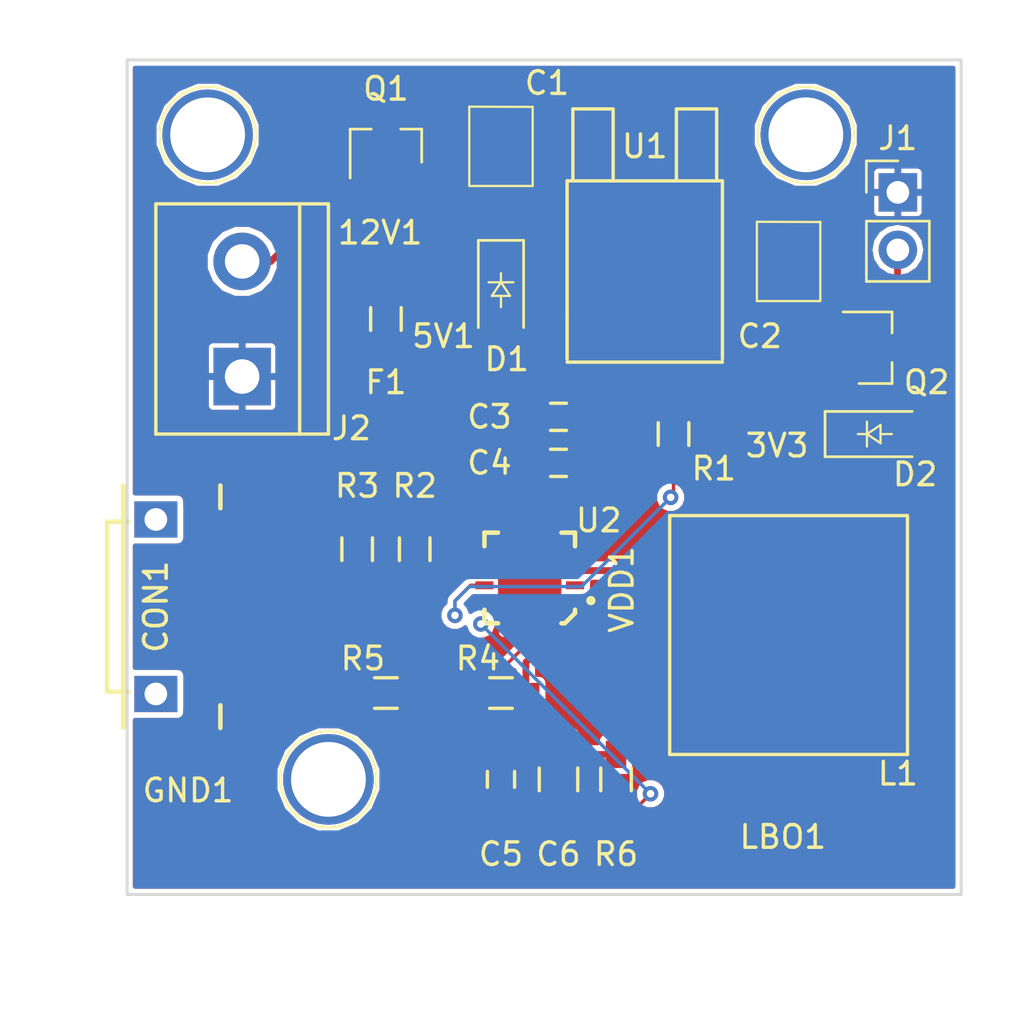
<source format=kicad_pcb>
(kicad_pcb (version 4) (host pcbnew 4.0.6)

  (general
    (links 57)
    (no_connects 0)
    (area 98.996499 79.946499 135.953501 116.903501)
    (thickness 1.6)
    (drawings 8)
    (tracks 130)
    (zones 0)
    (modules 32)
    (nets 15)
  )

  (page A4)
  (layers
    (0 F.Cu signal)
    (31 B.Cu signal hide)
    (32 B.Adhes user)
    (33 F.Adhes user)
    (34 B.Paste user)
    (35 F.Paste user)
    (36 B.SilkS user)
    (37 F.SilkS user)
    (38 B.Mask user)
    (39 F.Mask user)
    (40 Dwgs.User user)
    (41 Cmts.User user)
    (42 Eco1.User user)
    (43 Eco2.User user)
    (44 Edge.Cuts user)
    (45 Margin user)
    (46 B.CrtYd user)
    (47 F.CrtYd user)
    (48 B.Fab user)
    (49 F.Fab user)
  )

  (setup
    (last_trace_width 0.254)
    (user_trace_width 0.1524)
    (user_trace_width 0.2)
    (user_trace_width 0.25)
    (user_trace_width 0.3)
    (user_trace_width 0.4)
    (user_trace_width 0.5)
    (user_trace_width 0.6)
    (user_trace_width 0.8)
    (user_trace_width 1)
    (user_trace_width 1.2)
    (user_trace_width 1.5)
    (user_trace_width 2)
    (trace_clearance 0.254)
    (zone_clearance 0.15)
    (zone_45_only no)
    (trace_min 0.1524)
    (segment_width 0.127)
    (edge_width 0.127)
    (via_size 0.6858)
    (via_drill 0.3302)
    (via_min_size 0.6858)
    (via_min_drill 0.3302)
    (uvia_size 0.508)
    (uvia_drill 0.127)
    (uvias_allowed no)
    (uvia_min_size 0.508)
    (uvia_min_drill 0.127)
    (pcb_text_width 0.127)
    (pcb_text_size 0.6 0.6)
    (mod_edge_width 0.127)
    (mod_text_size 0.6 0.6)
    (mod_text_width 0.127)
    (pad_size 1.524 1.524)
    (pad_drill 0.762)
    (pad_to_mask_clearance 0.05)
    (pad_to_paste_clearance -0.04)
    (aux_axis_origin 0 0)
    (visible_elements FFFEFF7F)
    (pcbplotparams
      (layerselection 0x010f0_80000001)
      (usegerberextensions true)
      (usegerberattributes true)
      (excludeedgelayer true)
      (linewidth 0.127000)
      (plotframeref false)
      (viasonmask false)
      (mode 1)
      (useauxorigin false)
      (hpglpennumber 1)
      (hpglpenspeed 20)
      (hpglpendiameter 15)
      (hpglpenoverlay 2)
      (psnegative false)
      (psa4output false)
      (plotreference true)
      (plotvalue true)
      (plotinvisibletext false)
      (padsonsilk false)
      (subtractmaskfromsilk true)
      (outputformat 1)
      (mirror false)
      (drillshape 0)
      (scaleselection 1)
      (outputdirectory CAM/))
  )

  (net 0 "")
  (net 1 +12V)
  (net 2 GND)
  (net 3 +3V3)
  (net 4 VDD)
  (net 5 "Net-(CON1-Pad1)")
  (net 6 +5V)
  (net 7 +BATT)
  (net 8 "Net-(J1-Pad2)")
  (net 9 "Net-(J2-Pad2)")
  (net 10 "Net-(L1-Pad2)")
  (net 11 /TPEN)
  (net 12 "Net-(R2-Pad2)")
  (net 13 "Net-(R4-Pad2)")
  (net 14 /LBO)

  (net_class Default "Dit is de standaard class."
    (clearance 0.254)
    (trace_width 0.254)
    (via_dia 0.6858)
    (via_drill 0.3302)
    (uvia_dia 0.508)
    (uvia_drill 0.127)
    (add_net +12V)
    (add_net +3V3)
    (add_net +5V)
    (add_net +BATT)
    (add_net /LBO)
    (add_net /TPEN)
    (add_net GND)
    (add_net "Net-(CON1-Pad1)")
    (add_net "Net-(J1-Pad2)")
    (add_net "Net-(J2-Pad2)")
    (add_net "Net-(L1-Pad2)")
    (add_net "Net-(R2-Pad2)")
    (add_net "Net-(R4-Pad2)")
    (add_net VDD)
  )

  (net_class 0.2mm ""
    (clearance 0.2)
    (trace_width 0.2)
    (via_dia 0.6858)
    (via_drill 0.3302)
    (uvia_dia 0.508)
    (uvia_drill 0.127)
  )

  (net_class Minimal ""
    (clearance 0.1524)
    (trace_width 0.1524)
    (via_dia 0.6858)
    (via_drill 0.3302)
    (uvia_dia 0.508)
    (uvia_drill 0.127)
  )

  (module papayagroup:Drill_3mm (layer F.Cu) (tedit 59959355) (tstamp 599DFF68)
    (at 107.95 111.76)
    (fp_text reference REF** (at 0 3.6195) (layer F.SilkS) hide
      (effects (font (size 1 1) (thickness 0.15)))
    )
    (fp_text value Drill_3mm (at 0 -3.175) (layer F.Fab)
      (effects (font (size 1 1) (thickness 0.15)))
    )
    (fp_circle (center 0 0) (end 1.5 1.5) (layer F.SilkS) (width 0.1))
    (pad 1 thru_hole circle (at 0 0) (size 4 4) (drill 3.3) (layers *.Cu *.Mask))
  )

  (module papayagroup:Drill_3mm (layer F.Cu) (tedit 59959361) (tstamp 599DFF62)
    (at 129.032 83.312)
    (fp_text reference REF** (at 0 3.6195) (layer F.SilkS) hide
      (effects (font (size 1 1) (thickness 0.15)))
    )
    (fp_text value Drill_3mm (at 0 -3.175) (layer F.Fab)
      (effects (font (size 1 1) (thickness 0.15)))
    )
    (fp_circle (center 0 0) (end 1.5 1.5) (layer F.SilkS) (width 0.1))
    (pad 1 thru_hole circle (at 0 0) (size 4 4) (drill 3.3) (layers *.Cu *.Mask))
  )

  (module papayagroup:C_3528 (layer F.Cu) (tedit 59969EEE) (tstamp 5991C386)
    (at 115.57 83.82 270)
    (path /598DAEC0)
    (fp_text reference C1 (at -2.794 -2.032 360) (layer F.SilkS)
      (effects (font (size 1 1) (thickness 0.15)))
    )
    (fp_text value 10uF (at 0 -2.3495 270) (layer F.Fab)
      (effects (font (size 1 1) (thickness 0.15)))
    )
    (fp_line (start -1.75 1.4) (end 1.75 1.4) (layer F.SilkS) (width 0.1))
    (fp_line (start -1.75 -1.4) (end 1.75 -1.4) (layer F.SilkS) (width 0.1))
    (fp_line (start -1.75 1.4) (end -1.74 -1.4) (layer F.SilkS) (width 0.1))
    (fp_line (start 1.75 1.4) (end 1.75 -1.4) (layer F.SilkS) (width 0.1))
    (pad 1 smd rect (at 1.7 0 270) (size 1.2 2.5) (layers F.Cu F.Paste F.Mask)
      (net 1 +12V))
    (pad 2 smd rect (at -1.7 0 270) (size 1.2 2.5) (layers F.Cu F.Paste F.Mask)
      (net 2 GND))
  )

  (module papayagroup:C_3528 (layer F.Cu) (tedit 59969F32) (tstamp 5991C390)
    (at 128.27 88.9 270)
    (path /5991CE0B)
    (fp_text reference C2 (at 3.302 1.27 360) (layer F.SilkS)
      (effects (font (size 1 1) (thickness 0.15)))
    )
    (fp_text value 10uF (at 0 -2.3495 270) (layer F.Fab)
      (effects (font (size 1 1) (thickness 0.15)))
    )
    (fp_line (start -1.75 1.4) (end 1.75 1.4) (layer F.SilkS) (width 0.1))
    (fp_line (start -1.75 -1.4) (end 1.75 -1.4) (layer F.SilkS) (width 0.1))
    (fp_line (start -1.75 1.4) (end -1.74 -1.4) (layer F.SilkS) (width 0.1))
    (fp_line (start 1.75 1.4) (end 1.75 -1.4) (layer F.SilkS) (width 0.1))
    (pad 1 smd rect (at 1.7 0 270) (size 1.2 2.5) (layers F.Cu F.Paste F.Mask)
      (net 3 +3V3))
    (pad 2 smd rect (at -1.7 0 270) (size 1.2 2.5) (layers F.Cu F.Paste F.Mask)
      (net 2 GND))
  )

  (module Capacitors_SMD:C_0603_HandSoldering (layer F.Cu) (tedit 599593AE) (tstamp 5991C3A0)
    (at 118.11 95.758)
    (descr "Capacitor SMD 0603, hand soldering")
    (tags "capacitor 0603")
    (path /5992067D)
    (attr smd)
    (fp_text reference C3 (at -3.048 0) (layer F.SilkS)
      (effects (font (size 1 1) (thickness 0.15)))
    )
    (fp_text value 10uF (at 0 1.9) (layer F.Fab)
      (effects (font (size 1 1) (thickness 0.15)))
    )
    (fp_line (start -0.8 0.4) (end -0.8 -0.4) (layer F.Fab) (width 0.15))
    (fp_line (start 0.8 0.4) (end -0.8 0.4) (layer F.Fab) (width 0.15))
    (fp_line (start 0.8 -0.4) (end 0.8 0.4) (layer F.Fab) (width 0.15))
    (fp_line (start -0.8 -0.4) (end 0.8 -0.4) (layer F.Fab) (width 0.15))
    (fp_line (start -1.85 -0.75) (end 1.85 -0.75) (layer F.CrtYd) (width 0.05))
    (fp_line (start -1.85 0.75) (end 1.85 0.75) (layer F.CrtYd) (width 0.05))
    (fp_line (start -1.85 -0.75) (end -1.85 0.75) (layer F.CrtYd) (width 0.05))
    (fp_line (start 1.85 -0.75) (end 1.85 0.75) (layer F.CrtYd) (width 0.05))
    (fp_line (start -0.35 -0.6) (end 0.35 -0.6) (layer F.SilkS) (width 0.15))
    (fp_line (start 0.35 0.6) (end -0.35 0.6) (layer F.SilkS) (width 0.15))
    (pad 1 smd rect (at -0.95 0) (size 1.2 0.75) (layers F.Cu F.Paste F.Mask)
      (net 3 +3V3))
    (pad 2 smd rect (at 0.95 0) (size 1.2 0.75) (layers F.Cu F.Paste F.Mask)
      (net 2 GND))
    (model Capacitors_SMD.3dshapes/C_0603_HandSoldering.wrl
      (at (xyz 0 0 0))
      (scale (xyz 1 1 1))
      (rotate (xyz 0 0 0))
    )
  )

  (module Capacitors_SMD:C_0603_HandSoldering (layer F.Cu) (tedit 599593B0) (tstamp 5991C3B0)
    (at 118.11 97.79)
    (descr "Capacitor SMD 0603, hand soldering")
    (tags "capacitor 0603")
    (path /5992065C)
    (attr smd)
    (fp_text reference C4 (at -3.048 0) (layer F.SilkS)
      (effects (font (size 1 1) (thickness 0.15)))
    )
    (fp_text value 0,1uF (at 0 1.9) (layer F.Fab)
      (effects (font (size 1 1) (thickness 0.15)))
    )
    (fp_line (start -0.8 0.4) (end -0.8 -0.4) (layer F.Fab) (width 0.15))
    (fp_line (start 0.8 0.4) (end -0.8 0.4) (layer F.Fab) (width 0.15))
    (fp_line (start 0.8 -0.4) (end 0.8 0.4) (layer F.Fab) (width 0.15))
    (fp_line (start -0.8 -0.4) (end 0.8 -0.4) (layer F.Fab) (width 0.15))
    (fp_line (start -1.85 -0.75) (end 1.85 -0.75) (layer F.CrtYd) (width 0.05))
    (fp_line (start -1.85 0.75) (end 1.85 0.75) (layer F.CrtYd) (width 0.05))
    (fp_line (start -1.85 -0.75) (end -1.85 0.75) (layer F.CrtYd) (width 0.05))
    (fp_line (start 1.85 -0.75) (end 1.85 0.75) (layer F.CrtYd) (width 0.05))
    (fp_line (start -0.35 -0.6) (end 0.35 -0.6) (layer F.SilkS) (width 0.15))
    (fp_line (start 0.35 0.6) (end -0.35 0.6) (layer F.SilkS) (width 0.15))
    (pad 1 smd rect (at -0.95 0) (size 1.2 0.75) (layers F.Cu F.Paste F.Mask)
      (net 3 +3V3))
    (pad 2 smd rect (at 0.95 0) (size 1.2 0.75) (layers F.Cu F.Paste F.Mask)
      (net 2 GND))
    (model Capacitors_SMD.3dshapes/C_0603_HandSoldering.wrl
      (at (xyz 0 0 0))
      (scale (xyz 1 1 1))
      (rotate (xyz 0 0 0))
    )
  )

  (module Capacitors_SMD:C_0603_HandSoldering (layer F.Cu) (tedit 59969F5E) (tstamp 5991C3C0)
    (at 115.57 111.76 270)
    (descr "Capacitor SMD 0603, hand soldering")
    (tags "capacitor 0603")
    (path /5992065D)
    (attr smd)
    (fp_text reference C5 (at 3.302 0 360) (layer F.SilkS)
      (effects (font (size 1 1) (thickness 0.15)))
    )
    (fp_text value 2.2uF (at 0 1.9 270) (layer F.Fab)
      (effects (font (size 1 1) (thickness 0.15)))
    )
    (fp_line (start -0.8 0.4) (end -0.8 -0.4) (layer F.Fab) (width 0.15))
    (fp_line (start 0.8 0.4) (end -0.8 0.4) (layer F.Fab) (width 0.15))
    (fp_line (start 0.8 -0.4) (end 0.8 0.4) (layer F.Fab) (width 0.15))
    (fp_line (start -0.8 -0.4) (end 0.8 -0.4) (layer F.Fab) (width 0.15))
    (fp_line (start -1.85 -0.75) (end 1.85 -0.75) (layer F.CrtYd) (width 0.05))
    (fp_line (start -1.85 0.75) (end 1.85 0.75) (layer F.CrtYd) (width 0.05))
    (fp_line (start -1.85 -0.75) (end -1.85 0.75) (layer F.CrtYd) (width 0.05))
    (fp_line (start 1.85 -0.75) (end 1.85 0.75) (layer F.CrtYd) (width 0.05))
    (fp_line (start -0.35 -0.6) (end 0.35 -0.6) (layer F.SilkS) (width 0.15))
    (fp_line (start 0.35 0.6) (end -0.35 0.6) (layer F.SilkS) (width 0.15))
    (pad 1 smd rect (at -0.95 0 270) (size 1.2 0.75) (layers F.Cu F.Paste F.Mask)
      (net 4 VDD))
    (pad 2 smd rect (at 0.95 0 270) (size 1.2 0.75) (layers F.Cu F.Paste F.Mask)
      (net 2 GND))
    (model Capacitors_SMD.3dshapes/C_0603_HandSoldering.wrl
      (at (xyz 0 0 0))
      (scale (xyz 1 1 1))
      (rotate (xyz 0 0 0))
    )
  )

  (module Capacitors_SMD:C_0805_HandSoldering (layer F.Cu) (tedit 59969F5C) (tstamp 5991C3D0)
    (at 118.11 111.76 270)
    (descr "Capacitor SMD 0805, hand soldering")
    (tags "capacitor 0805")
    (path /59920684)
    (attr smd)
    (fp_text reference C6 (at 3.302 0 360) (layer F.SilkS)
      (effects (font (size 1 1) (thickness 0.15)))
    )
    (fp_text value 100uF (at 0 2.1 270) (layer F.Fab)
      (effects (font (size 1 1) (thickness 0.15)))
    )
    (fp_line (start -1 0.625) (end -1 -0.625) (layer F.Fab) (width 0.15))
    (fp_line (start 1 0.625) (end -1 0.625) (layer F.Fab) (width 0.15))
    (fp_line (start 1 -0.625) (end 1 0.625) (layer F.Fab) (width 0.15))
    (fp_line (start -1 -0.625) (end 1 -0.625) (layer F.Fab) (width 0.15))
    (fp_line (start -2.3 -1) (end 2.3 -1) (layer F.CrtYd) (width 0.05))
    (fp_line (start -2.3 1) (end 2.3 1) (layer F.CrtYd) (width 0.05))
    (fp_line (start -2.3 -1) (end -2.3 1) (layer F.CrtYd) (width 0.05))
    (fp_line (start 2.3 -1) (end 2.3 1) (layer F.CrtYd) (width 0.05))
    (fp_line (start 0.5 -0.85) (end -0.5 -0.85) (layer F.SilkS) (width 0.15))
    (fp_line (start -0.5 0.85) (end 0.5 0.85) (layer F.SilkS) (width 0.15))
    (pad 1 smd rect (at -1.25 0 270) (size 1.5 1.25) (layers F.Cu F.Paste F.Mask)
      (net 4 VDD))
    (pad 2 smd rect (at 1.25 0 270) (size 1.5 1.25) (layers F.Cu F.Paste F.Mask)
      (net 2 GND))
    (model Capacitors_SMD.3dshapes/C_0805_HandSoldering.wrl
      (at (xyz 0 0 0))
      (scale (xyz 1 1 1))
      (rotate (xyz 0 0 0))
    )
  )

  (module papayagroup:USB-micro-B_Hirose (layer F.Cu) (tedit 5989C529) (tstamp 5991C3F8)
    (at 100.33 104.14 270)
    (path /598DA0FB)
    (fp_text reference CON1 (at 0 0 270) (layer F.SilkS)
      (effects (font (size 1 1) (thickness 0.16)))
    )
    (fp_text value "ZX62D1-B-5PA(30)" (at 0 0 270) (layer F.SilkS) hide
      (effects (font (size 1 1) (thickness 0.16)))
    )
    (fp_line (start -7 -2.85) (end -7 2.15) (layer F.CrtYd) (width 0.2))
    (fp_line (start 7 2.15) (end 7 -2.85) (layer F.CrtYd) (width 0.2))
    (fp_line (start -1.8 -4.35) (end -1.3 -3.85) (layer F.CrtYd) (width 0.15))
    (fp_line (start -1.3 -3.85) (end -1.3 -3.35) (layer F.CrtYd) (width 0.15))
    (fp_line (start -5.4 -4.35) (end -1.8 -4.35) (layer F.CrtYd) (width 0.15))
    (fp_line (start 5.4 -4.35) (end 1.7 -4.35) (layer F.CrtYd) (width 0.15))
    (fp_line (start 1.7 -4.35) (end 1.3 -3.95) (layer F.CrtYd) (width 0.15))
    (fp_line (start 1.3 -3.95) (end 1.3 -3.35) (layer F.CrtYd) (width 0.15))
    (fp_line (start 0.3 -3.85) (end 0.3 -5.85) (layer F.CrtYd) (width 0.15))
    (fp_line (start -3.65 -5.55) (end -3.65 -3.85) (layer F.CrtYd) (width 0.15))
    (fp_line (start 4.35 -5.55) (end 4.35 -3.85) (layer F.CrtYd) (width 0.15))
    (fp_line (start 4.35 -5.55) (end -3.65 -5.55) (layer F.CrtYd) (width 0.15))
    (fp_line (start -3.8 -2.1) (end 3.75 1.45) (layer F.CrtYd) (width 0.15))
    (fp_line (start -3.75 1.4) (end 3.75 -2.1) (layer F.CrtYd) (width 0.15))
    (fp_line (start -3.8 1.45) (end -3.8 -2.1) (layer F.CrtYd) (width 0.15))
    (fp_line (start -3.8 -2.1) (end 3.75 -2.1) (layer F.CrtYd) (width 0.15))
    (fp_line (start 3.75 -2.1) (end 3.75 1.45) (layer F.CrtYd) (width 0.15))
    (fp_line (start -4.35 -2.85) (end -5.35 -2.85) (layer F.SilkS) (width 0.2))
    (fp_line (start 4.35 -2.85) (end 5.35 -2.85) (layer F.SilkS) (width 0.2))
    (fp_line (start -5.4 1.45) (end 5.4 1.45) (layer F.CrtYd) (width 0.15))
    (fp_line (start 5.4 1.45) (end 5.4 -3.85) (layer F.CrtYd) (width 0.15))
    (fp_line (start 5.4 -3.85) (end -5.4 -3.85) (layer F.CrtYd) (width 0.15))
    (fp_line (start -5.4 -3.85) (end -5.4 1.45) (layer F.CrtYd) (width 0.15))
    (fp_line (start 3.75 2.15) (end 3.75 1.2) (layer F.SilkS) (width 0.2))
    (fp_line (start -3.75 2.15) (end -3.75 1.2) (layer F.SilkS) (width 0.2))
    (fp_line (start -3.75 2.15) (end 3.75 2.15) (layer F.SilkS) (width 0.2))
    (fp_line (start -5.35 1.45) (end 5.35 1.45) (layer F.SilkS) (width 0.2))
    (pad 7 thru_hole rect (at -3.85 0 270) (size 1.6 1.9) (drill 1) (layers *.Cu *.Mask))
    (pad 8 thru_hole rect (at 3.85 0 270) (size 1.6 1.9) (drill 1) (layers *.Cu *.Mask))
    (pad 6 smd rect (at -3.1 -2.35 270) (size 2.1 2) (layers F.Cu F.Paste F.Mask)
      (net 2 GND))
    (pad 9 smd rect (at 3.1 -2.35 270) (size 2.1 2) (layers F.Cu F.Paste F.Mask)
      (net 2 GND))
    (pad 3 smd rect (at 0 -2.68 270) (size 0.4 1.35) (layers F.Cu F.Paste F.Mask))
    (pad 4 smd rect (at 0.65 -2.68 270) (size 0.4 1.35) (layers F.Cu F.Paste F.Mask))
    (pad 5 smd rect (at 1.3 -2.68 270) (size 0.4 1.35) (layers F.Cu F.Paste F.Mask)
      (net 2 GND))
    (pad 2 smd rect (at -0.65 -2.68 270) (size 0.4 1.35) (layers F.Cu F.Paste F.Mask))
    (pad 1 smd rect (at -1.3 -2.68 270) (size 0.4 1.35) (layers F.Cu F.Paste F.Mask)
      (net 5 "Net-(CON1-Pad1)"))
  )

  (module Resistors_SMD:R_0603_HandSoldering (layer F.Cu) (tedit 59969EFD) (tstamp 5991C438)
    (at 110.49 91.44 270)
    (descr "Resistor SMD 0603, hand soldering")
    (tags "resistor 0603")
    (path /598D9BD3)
    (attr smd)
    (fp_text reference F1 (at 2.794 0 360) (layer F.SilkS)
      (effects (font (size 1 1) (thickness 0.15)))
    )
    (fp_text value 0603L100SLYR (at 0 1.9 270) (layer F.Fab)
      (effects (font (size 1 1) (thickness 0.15)))
    )
    (fp_line (start -0.8 0.4) (end -0.8 -0.4) (layer F.Fab) (width 0.1))
    (fp_line (start 0.8 0.4) (end -0.8 0.4) (layer F.Fab) (width 0.1))
    (fp_line (start 0.8 -0.4) (end 0.8 0.4) (layer F.Fab) (width 0.1))
    (fp_line (start -0.8 -0.4) (end 0.8 -0.4) (layer F.Fab) (width 0.1))
    (fp_line (start -2 -0.8) (end 2 -0.8) (layer F.CrtYd) (width 0.05))
    (fp_line (start -2 0.8) (end 2 0.8) (layer F.CrtYd) (width 0.05))
    (fp_line (start -2 -0.8) (end -2 0.8) (layer F.CrtYd) (width 0.05))
    (fp_line (start 2 -0.8) (end 2 0.8) (layer F.CrtYd) (width 0.05))
    (fp_line (start 0.5 0.675) (end -0.5 0.675) (layer F.SilkS) (width 0.15))
    (fp_line (start -0.5 -0.675) (end 0.5 -0.675) (layer F.SilkS) (width 0.15))
    (pad 1 smd rect (at -1.1 0 270) (size 1.2 0.9) (layers F.Cu F.Paste F.Mask)
      (net 6 +5V))
    (pad 2 smd rect (at 1.1 0 270) (size 1.2 0.9) (layers F.Cu F.Paste F.Mask)
      (net 5 "Net-(CON1-Pad1)"))
    (model Resistors_SMD.3dshapes/R_0603_HandSoldering.wrl
      (at (xyz 0 0 0))
      (scale (xyz 1 1 1))
      (rotate (xyz 0 0 0))
    )
  )

  (module Pin_Headers:Pin_Header_Straight_1x02_Pitch2.54mm (layer F.Cu) (tedit 5862ED52) (tstamp 5991C44C)
    (at 133.096 85.852)
    (descr "Through hole straight pin header, 1x02, 2.54mm pitch, single row")
    (tags "Through hole pin header THT 1x02 2.54mm single row")
    (path /598D991E)
    (fp_text reference J1 (at 0 -2.39) (layer F.SilkS)
      (effects (font (size 1 1) (thickness 0.15)))
    )
    (fp_text value CONN_01X02 (at 0 4.93) (layer F.Fab)
      (effects (font (size 1 1) (thickness 0.15)))
    )
    (fp_line (start -1.27 -1.27) (end -1.27 3.81) (layer F.Fab) (width 0.1))
    (fp_line (start -1.27 3.81) (end 1.27 3.81) (layer F.Fab) (width 0.1))
    (fp_line (start 1.27 3.81) (end 1.27 -1.27) (layer F.Fab) (width 0.1))
    (fp_line (start 1.27 -1.27) (end -1.27 -1.27) (layer F.Fab) (width 0.1))
    (fp_line (start -1.39 1.27) (end -1.39 3.93) (layer F.SilkS) (width 0.12))
    (fp_line (start -1.39 3.93) (end 1.39 3.93) (layer F.SilkS) (width 0.12))
    (fp_line (start 1.39 3.93) (end 1.39 1.27) (layer F.SilkS) (width 0.12))
    (fp_line (start 1.39 1.27) (end -1.39 1.27) (layer F.SilkS) (width 0.12))
    (fp_line (start -1.39 0) (end -1.39 -1.39) (layer F.SilkS) (width 0.12))
    (fp_line (start -1.39 -1.39) (end 0 -1.39) (layer F.SilkS) (width 0.12))
    (fp_line (start -1.6 -1.6) (end -1.6 4.1) (layer F.CrtYd) (width 0.05))
    (fp_line (start -1.6 4.1) (end 1.6 4.1) (layer F.CrtYd) (width 0.05))
    (fp_line (start 1.6 4.1) (end 1.6 -1.6) (layer F.CrtYd) (width 0.05))
    (fp_line (start 1.6 -1.6) (end -1.6 -1.6) (layer F.CrtYd) (width 0.05))
    (pad 1 thru_hole rect (at 0 0) (size 1.7 1.7) (drill 1) (layers *.Cu *.Mask)
      (net 2 GND))
    (pad 2 thru_hole oval (at 0 2.54) (size 1.7 1.7) (drill 1) (layers *.Cu *.Mask)
      (net 8 "Net-(J1-Pad2)"))
    (model Pin_Headers.3dshapes/Pin_Header_Straight_1x02_Pitch2.54mm.wrl
      (at (xyz 0 -0.05 0))
      (scale (xyz 1 1 1))
      (rotate (xyz 0 0 90))
    )
  )

  (module Connectors:bornier2 (layer F.Cu) (tedit 59969F49) (tstamp 5991C457)
    (at 104.14 91.44 90)
    (descr "Bornier d'alimentation 2 pins")
    (tags DEV)
    (path /5991D073)
    (fp_text reference J2 (at -4.826 4.826 180) (layer F.SilkS)
      (effects (font (size 1 1) (thickness 0.15)))
    )
    (fp_text value CONN_01X02_FEMALE (at 0 5.08 90) (layer F.Fab)
      (effects (font (size 1 1) (thickness 0.15)))
    )
    (fp_line (start 5.08 2.54) (end -5.08 2.54) (layer F.SilkS) (width 0.15))
    (fp_line (start 5.08 3.81) (end 5.08 -3.81) (layer F.SilkS) (width 0.15))
    (fp_line (start 5.08 -3.81) (end -5.08 -3.81) (layer F.SilkS) (width 0.15))
    (fp_line (start -5.08 -3.81) (end -5.08 3.81) (layer F.SilkS) (width 0.15))
    (fp_line (start -5.08 3.81) (end 5.08 3.81) (layer F.SilkS) (width 0.15))
    (pad 1 thru_hole rect (at -2.54 0 90) (size 2.54 2.54) (drill 1.524) (layers *.Cu *.Mask)
      (net 2 GND))
    (pad 2 thru_hole circle (at 2.54 0 90) (size 2.54 2.54) (drill 1.524) (layers *.Cu *.Mask)
      (net 9 "Net-(J2-Pad2)"))
    (model Connect.3dshapes/bornier2.wrl
      (at (xyz 0 0 0))
      (scale (xyz 1 1 1))
      (rotate (xyz 0 0 0))
    )
  )

  (module papayagroup:L_bourns (layer F.Cu) (tedit 59959387) (tstamp 5991C461)
    (at 128.27 105.41 270)
    (path /5992067A)
    (fp_text reference L1 (at 6.096 -4.826 360) (layer F.SilkS)
      (effects (font (size 1 1) (thickness 0.15)))
    )
    (fp_text value 6.8uH (at 0 -6.4135 270) (layer F.Fab)
      (effects (font (size 1 1) (thickness 0.15)))
    )
    (fp_line (start -5.291 -5.25) (end -5.291 5.25) (layer F.SilkS) (width 0.15))
    (fp_line (start 5.25 -5.25) (end 5.25 5.25) (layer F.SilkS) (width 0.15))
    (fp_line (start -5.25 5.25) (end 5.25 5.25) (layer F.SilkS) (width 0.15))
    (fp_line (start 5.25 -5.25) (end -5.25 -5.25) (layer F.SilkS) (width 0.15))
    (pad 1 smd rect (at -4.45 0 270) (size 4 3.7) (layers F.Cu F.Paste F.Mask)
      (net 3 +3V3))
    (pad 2 smd rect (at 4.45 0 270) (size 4 3.7) (layers F.Cu F.Paste F.Mask)
      (net 10 "Net-(L1-Pad2)"))
  )

  (module TO_SOT_Packages_SMD:SOT-23 (layer F.Cu) (tedit 599593D3) (tstamp 5991C474)
    (at 110.49 83.82 90)
    (descr "SOT-23, Standard")
    (tags SOT-23)
    (path /5991DC4D)
    (attr smd)
    (fp_text reference Q1 (at 2.54 0 180) (layer F.SilkS)
      (effects (font (size 1 1) (thickness 0.15)))
    )
    (fp_text value IRLML9301TRPBF (at 0 2.5 90) (layer F.Fab)
      (effects (font (size 1 1) (thickness 0.15)))
    )
    (fp_line (start 0.76 1.58) (end 0.76 0.65) (layer F.SilkS) (width 0.12))
    (fp_line (start 0.76 -1.58) (end 0.76 -0.65) (layer F.SilkS) (width 0.12))
    (fp_line (start 0.7 -1.52) (end 0.7 1.52) (layer F.Fab) (width 0.15))
    (fp_line (start -0.7 1.52) (end 0.7 1.52) (layer F.Fab) (width 0.15))
    (fp_line (start -1.7 -1.75) (end 1.7 -1.75) (layer F.CrtYd) (width 0.05))
    (fp_line (start 1.7 -1.75) (end 1.7 1.75) (layer F.CrtYd) (width 0.05))
    (fp_line (start 1.7 1.75) (end -1.7 1.75) (layer F.CrtYd) (width 0.05))
    (fp_line (start -1.7 1.75) (end -1.7 -1.75) (layer F.CrtYd) (width 0.05))
    (fp_line (start 0.76 -1.58) (end -1.4 -1.58) (layer F.SilkS) (width 0.12))
    (fp_line (start -0.7 -1.52) (end 0.7 -1.52) (layer F.Fab) (width 0.15))
    (fp_line (start -0.7 -1.52) (end -0.7 1.52) (layer F.Fab) (width 0.15))
    (fp_line (start 0.76 1.58) (end -0.7 1.58) (layer F.SilkS) (width 0.12))
    (pad 1 smd rect (at -1 -0.95 90) (size 0.9 0.8) (layers F.Cu F.Paste F.Mask)
      (net 2 GND))
    (pad 2 smd rect (at -1 0.95 90) (size 0.9 0.8) (layers F.Cu F.Paste F.Mask)
      (net 1 +12V))
    (pad 3 smd rect (at 1 0 90) (size 0.9 0.8) (layers F.Cu F.Paste F.Mask)
      (net 9 "Net-(J2-Pad2)"))
    (model TO_SOT_Packages_SMD.3dshapes/SOT-23.wrl
      (at (xyz 0 0 0))
      (scale (xyz 1 1 1))
      (rotate (xyz 0 0 90))
    )
  )

  (module TO_SOT_Packages_SMD:SOT-23 (layer F.Cu) (tedit 59969F37) (tstamp 5991C487)
    (at 132.08 92.71)
    (descr "SOT-23, Standard")
    (tags SOT-23)
    (path /598D9857)
    (attr smd)
    (fp_text reference Q2 (at 2.286 1.524) (layer F.SilkS)
      (effects (font (size 1 1) (thickness 0.15)))
    )
    (fp_text value IRLML9301TRPBF (at 0 2.5) (layer F.Fab)
      (effects (font (size 1 1) (thickness 0.15)))
    )
    (fp_line (start 0.76 1.58) (end 0.76 0.65) (layer F.SilkS) (width 0.12))
    (fp_line (start 0.76 -1.58) (end 0.76 -0.65) (layer F.SilkS) (width 0.12))
    (fp_line (start 0.7 -1.52) (end 0.7 1.52) (layer F.Fab) (width 0.15))
    (fp_line (start -0.7 1.52) (end 0.7 1.52) (layer F.Fab) (width 0.15))
    (fp_line (start -1.7 -1.75) (end 1.7 -1.75) (layer F.CrtYd) (width 0.05))
    (fp_line (start 1.7 -1.75) (end 1.7 1.75) (layer F.CrtYd) (width 0.05))
    (fp_line (start 1.7 1.75) (end -1.7 1.75) (layer F.CrtYd) (width 0.05))
    (fp_line (start -1.7 1.75) (end -1.7 -1.75) (layer F.CrtYd) (width 0.05))
    (fp_line (start 0.76 -1.58) (end -1.4 -1.58) (layer F.SilkS) (width 0.12))
    (fp_line (start -0.7 -1.52) (end 0.7 -1.52) (layer F.Fab) (width 0.15))
    (fp_line (start -0.7 -1.52) (end -0.7 1.52) (layer F.Fab) (width 0.15))
    (fp_line (start 0.76 1.58) (end -0.7 1.58) (layer F.SilkS) (width 0.12))
    (pad 1 smd rect (at -1 -0.95) (size 0.9 0.8) (layers F.Cu F.Paste F.Mask)
      (net 2 GND))
    (pad 2 smd rect (at -1 0.95) (size 0.9 0.8) (layers F.Cu F.Paste F.Mask)
      (net 7 +BATT))
    (pad 3 smd rect (at 1 0) (size 0.9 0.8) (layers F.Cu F.Paste F.Mask)
      (net 8 "Net-(J1-Pad2)"))
    (model TO_SOT_Packages_SMD.3dshapes/SOT-23.wrl
      (at (xyz 0 0 0))
      (scale (xyz 1 1 1))
      (rotate (xyz 0 0 90))
    )
  )

  (module Resistors_SMD:R_0603_HandSoldering (layer F.Cu) (tedit 59969F22) (tstamp 5991C497)
    (at 123.19 96.52 270)
    (descr "Resistor SMD 0603, hand soldering")
    (tags "resistor 0603")
    (path /5992066E)
    (attr smd)
    (fp_text reference R1 (at 1.524 -1.778 360) (layer F.SilkS)
      (effects (font (size 1 1) (thickness 0.15)))
    )
    (fp_text value 340k (at 0 1.9 270) (layer F.Fab)
      (effects (font (size 1 1) (thickness 0.15)))
    )
    (fp_line (start -0.8 0.4) (end -0.8 -0.4) (layer F.Fab) (width 0.1))
    (fp_line (start 0.8 0.4) (end -0.8 0.4) (layer F.Fab) (width 0.1))
    (fp_line (start 0.8 -0.4) (end 0.8 0.4) (layer F.Fab) (width 0.1))
    (fp_line (start -0.8 -0.4) (end 0.8 -0.4) (layer F.Fab) (width 0.1))
    (fp_line (start -2 -0.8) (end 2 -0.8) (layer F.CrtYd) (width 0.05))
    (fp_line (start -2 0.8) (end 2 0.8) (layer F.CrtYd) (width 0.05))
    (fp_line (start -2 -0.8) (end -2 0.8) (layer F.CrtYd) (width 0.05))
    (fp_line (start 2 -0.8) (end 2 0.8) (layer F.CrtYd) (width 0.05))
    (fp_line (start 0.5 0.675) (end -0.5 0.675) (layer F.SilkS) (width 0.15))
    (fp_line (start -0.5 -0.675) (end 0.5 -0.675) (layer F.SilkS) (width 0.15))
    (pad 1 smd rect (at -1.1 0 270) (size 1.2 0.9) (layers F.Cu F.Paste F.Mask)
      (net 3 +3V3))
    (pad 2 smd rect (at 1.1 0 270) (size 1.2 0.9) (layers F.Cu F.Paste F.Mask)
      (net 11 /TPEN))
    (model Resistors_SMD.3dshapes/R_0603_HandSoldering.wrl
      (at (xyz 0 0 0))
      (scale (xyz 1 1 1))
      (rotate (xyz 0 0 0))
    )
  )

  (module Resistors_SMD:R_0603_HandSoldering (layer F.Cu) (tedit 59969F04) (tstamp 5991C4A7)
    (at 111.76 101.6 270)
    (descr "Resistor SMD 0603, hand soldering")
    (tags "resistor 0603")
    (path /5992067B)
    (attr smd)
    (fp_text reference R2 (at -2.794 0 360) (layer F.SilkS)
      (effects (font (size 1 1) (thickness 0.15)))
    )
    (fp_text value 2M (at 0 1.9 270) (layer F.Fab)
      (effects (font (size 1 1) (thickness 0.15)))
    )
    (fp_line (start -0.8 0.4) (end -0.8 -0.4) (layer F.Fab) (width 0.1))
    (fp_line (start 0.8 0.4) (end -0.8 0.4) (layer F.Fab) (width 0.1))
    (fp_line (start 0.8 -0.4) (end 0.8 0.4) (layer F.Fab) (width 0.1))
    (fp_line (start -0.8 -0.4) (end 0.8 -0.4) (layer F.Fab) (width 0.1))
    (fp_line (start -2 -0.8) (end 2 -0.8) (layer F.CrtYd) (width 0.05))
    (fp_line (start -2 0.8) (end 2 0.8) (layer F.CrtYd) (width 0.05))
    (fp_line (start -2 -0.8) (end -2 0.8) (layer F.CrtYd) (width 0.05))
    (fp_line (start 2 -0.8) (end 2 0.8) (layer F.CrtYd) (width 0.05))
    (fp_line (start 0.5 0.675) (end -0.5 0.675) (layer F.SilkS) (width 0.15))
    (fp_line (start -0.5 -0.675) (end 0.5 -0.675) (layer F.SilkS) (width 0.15))
    (pad 1 smd rect (at -1.1 0 270) (size 1.2 0.9) (layers F.Cu F.Paste F.Mask)
      (net 3 +3V3))
    (pad 2 smd rect (at 1.1 0 270) (size 1.2 0.9) (layers F.Cu F.Paste F.Mask)
      (net 12 "Net-(R2-Pad2)"))
    (model Resistors_SMD.3dshapes/R_0603_HandSoldering.wrl
      (at (xyz 0 0 0))
      (scale (xyz 1 1 1))
      (rotate (xyz 0 0 0))
    )
  )

  (module Resistors_SMD:R_0603_HandSoldering (layer F.Cu) (tedit 5996A002) (tstamp 5991C4B7)
    (at 109.22 101.6 270)
    (descr "Resistor SMD 0603, hand soldering")
    (tags "resistor 0603")
    (path /5992067C)
    (attr smd)
    (fp_text reference R3 (at -2.794 0 360) (layer F.SilkS)
      (effects (font (size 1 1) (thickness 0.15)))
    )
    (fp_text value 390k (at 0 1.9 270) (layer F.Fab)
      (effects (font (size 1 1) (thickness 0.15)))
    )
    (fp_line (start -0.8 0.4) (end -0.8 -0.4) (layer F.Fab) (width 0.1))
    (fp_line (start 0.8 0.4) (end -0.8 0.4) (layer F.Fab) (width 0.1))
    (fp_line (start 0.8 -0.4) (end 0.8 0.4) (layer F.Fab) (width 0.1))
    (fp_line (start -0.8 -0.4) (end 0.8 -0.4) (layer F.Fab) (width 0.1))
    (fp_line (start -2 -0.8) (end 2 -0.8) (layer F.CrtYd) (width 0.05))
    (fp_line (start -2 0.8) (end 2 0.8) (layer F.CrtYd) (width 0.05))
    (fp_line (start -2 -0.8) (end -2 0.8) (layer F.CrtYd) (width 0.05))
    (fp_line (start 2 -0.8) (end 2 0.8) (layer F.CrtYd) (width 0.05))
    (fp_line (start 0.5 0.675) (end -0.5 0.675) (layer F.SilkS) (width 0.15))
    (fp_line (start -0.5 -0.675) (end 0.5 -0.675) (layer F.SilkS) (width 0.15))
    (pad 1 smd rect (at -1.1 0 270) (size 1.2 0.9) (layers F.Cu F.Paste F.Mask)
      (net 12 "Net-(R2-Pad2)"))
    (pad 2 smd rect (at 1.1 0 270) (size 1.2 0.9) (layers F.Cu F.Paste F.Mask)
      (net 2 GND))
    (model Resistors_SMD.3dshapes/R_0603_HandSoldering.wrl
      (at (xyz 0 0 0))
      (scale (xyz 1 1 1))
      (rotate (xyz 0 0 0))
    )
  )

  (module Resistors_SMD:R_0603_HandSoldering (layer F.Cu) (tedit 59969F56) (tstamp 5991C4C7)
    (at 115.57 107.95 180)
    (descr "Resistor SMD 0603, hand soldering")
    (tags "resistor 0603")
    (path /59920682)
    (attr smd)
    (fp_text reference R4 (at 1.016 1.524 180) (layer F.SilkS)
      (effects (font (size 1 1) (thickness 0.15)))
    )
    (fp_text value 1,87M (at 0 1.9 180) (layer F.Fab)
      (effects (font (size 1 1) (thickness 0.15)))
    )
    (fp_line (start -0.8 0.4) (end -0.8 -0.4) (layer F.Fab) (width 0.1))
    (fp_line (start 0.8 0.4) (end -0.8 0.4) (layer F.Fab) (width 0.1))
    (fp_line (start 0.8 -0.4) (end 0.8 0.4) (layer F.Fab) (width 0.1))
    (fp_line (start -0.8 -0.4) (end 0.8 -0.4) (layer F.Fab) (width 0.1))
    (fp_line (start -2 -0.8) (end 2 -0.8) (layer F.CrtYd) (width 0.05))
    (fp_line (start -2 0.8) (end 2 0.8) (layer F.CrtYd) (width 0.05))
    (fp_line (start -2 -0.8) (end -2 0.8) (layer F.CrtYd) (width 0.05))
    (fp_line (start 2 -0.8) (end 2 0.8) (layer F.CrtYd) (width 0.05))
    (fp_line (start 0.5 0.675) (end -0.5 0.675) (layer F.SilkS) (width 0.15))
    (fp_line (start -0.5 -0.675) (end 0.5 -0.675) (layer F.SilkS) (width 0.15))
    (pad 1 smd rect (at -1.1 0 180) (size 1.2 0.9) (layers F.Cu F.Paste F.Mask)
      (net 4 VDD))
    (pad 2 smd rect (at 1.1 0 180) (size 1.2 0.9) (layers F.Cu F.Paste F.Mask)
      (net 13 "Net-(R4-Pad2)"))
    (model Resistors_SMD.3dshapes/R_0603_HandSoldering.wrl
      (at (xyz 0 0 0))
      (scale (xyz 1 1 1))
      (rotate (xyz 0 0 0))
    )
  )

  (module Resistors_SMD:R_0603_HandSoldering (layer F.Cu) (tedit 59969F59) (tstamp 5991C4D7)
    (at 110.49 107.95 180)
    (descr "Resistor SMD 0603, hand soldering")
    (tags "resistor 0603")
    (path /59920683)
    (attr smd)
    (fp_text reference R5 (at 1.016 1.524 180) (layer F.SilkS)
      (effects (font (size 1 1) (thickness 0.15)))
    )
    (fp_text value 200k (at 0 1.9 180) (layer F.Fab)
      (effects (font (size 1 1) (thickness 0.15)))
    )
    (fp_line (start -0.8 0.4) (end -0.8 -0.4) (layer F.Fab) (width 0.1))
    (fp_line (start 0.8 0.4) (end -0.8 0.4) (layer F.Fab) (width 0.1))
    (fp_line (start 0.8 -0.4) (end 0.8 0.4) (layer F.Fab) (width 0.1))
    (fp_line (start -0.8 -0.4) (end 0.8 -0.4) (layer F.Fab) (width 0.1))
    (fp_line (start -2 -0.8) (end 2 -0.8) (layer F.CrtYd) (width 0.05))
    (fp_line (start -2 0.8) (end 2 0.8) (layer F.CrtYd) (width 0.05))
    (fp_line (start -2 -0.8) (end -2 0.8) (layer F.CrtYd) (width 0.05))
    (fp_line (start 2 -0.8) (end 2 0.8) (layer F.CrtYd) (width 0.05))
    (fp_line (start 0.5 0.675) (end -0.5 0.675) (layer F.SilkS) (width 0.15))
    (fp_line (start -0.5 -0.675) (end 0.5 -0.675) (layer F.SilkS) (width 0.15))
    (pad 1 smd rect (at -1.1 0 180) (size 1.2 0.9) (layers F.Cu F.Paste F.Mask)
      (net 13 "Net-(R4-Pad2)"))
    (pad 2 smd rect (at 1.1 0 180) (size 1.2 0.9) (layers F.Cu F.Paste F.Mask)
      (net 2 GND))
    (model Resistors_SMD.3dshapes/R_0603_HandSoldering.wrl
      (at (xyz 0 0 0))
      (scale (xyz 1 1 1))
      (rotate (xyz 0 0 0))
    )
  )

  (module Resistors_SMD:R_0603_HandSoldering (layer F.Cu) (tedit 59969EAD) (tstamp 5991C4E7)
    (at 120.65 111.76 270)
    (descr "Resistor SMD 0603, hand soldering")
    (tags "resistor 0603")
    (path /59920687)
    (attr smd)
    (fp_text reference R6 (at 3.302 0 360) (layer F.SilkS)
      (effects (font (size 1 1) (thickness 0.15)))
    )
    (fp_text value 1M (at 0 1.9 270) (layer F.Fab)
      (effects (font (size 1 1) (thickness 0.15)))
    )
    (fp_line (start -0.8 0.4) (end -0.8 -0.4) (layer F.Fab) (width 0.1))
    (fp_line (start 0.8 0.4) (end -0.8 0.4) (layer F.Fab) (width 0.1))
    (fp_line (start 0.8 -0.4) (end 0.8 0.4) (layer F.Fab) (width 0.1))
    (fp_line (start -0.8 -0.4) (end 0.8 -0.4) (layer F.Fab) (width 0.1))
    (fp_line (start -2 -0.8) (end 2 -0.8) (layer F.CrtYd) (width 0.05))
    (fp_line (start -2 0.8) (end 2 0.8) (layer F.CrtYd) (width 0.05))
    (fp_line (start -2 -0.8) (end -2 0.8) (layer F.CrtYd) (width 0.05))
    (fp_line (start 2 -0.8) (end 2 0.8) (layer F.CrtYd) (width 0.05))
    (fp_line (start 0.5 0.675) (end -0.5 0.675) (layer F.SilkS) (width 0.15))
    (fp_line (start -0.5 -0.675) (end 0.5 -0.675) (layer F.SilkS) (width 0.15))
    (pad 1 smd rect (at -1.1 0 270) (size 1.2 0.9) (layers F.Cu F.Paste F.Mask)
      (net 4 VDD))
    (pad 2 smd rect (at 1.1 0 270) (size 1.2 0.9) (layers F.Cu F.Paste F.Mask)
      (net 14 /LBO))
    (model Resistors_SMD.3dshapes/R_0603_HandSoldering.wrl
      (at (xyz 0 0 0))
      (scale (xyz 1 1 1))
      (rotate (xyz 0 0 0))
    )
  )

  (module TO_SOT_Packages_SMD:TO-252-2Lead (layer F.Cu) (tedit 59969EF3) (tstamp 5991C4F9)
    (at 121.92 83.82 180)
    (descr "DPAK / TO-252 2-lead smd package")
    (tags "dpak TO-252")
    (path /598DA6FE)
    (attr smd)
    (fp_text reference U1 (at 0 0 180) (layer F.SilkS)
      (effects (font (size 1 1) (thickness 0.15)))
    )
    (fp_text value LD1117DT33TR (at 0 -2.413 180) (layer F.Fab)
      (effects (font (size 1 1) (thickness 0.15)))
    )
    (fp_line (start 1.397 -1.524) (end 1.397 1.651) (layer F.SilkS) (width 0.15))
    (fp_line (start 1.397 1.651) (end 3.175 1.651) (layer F.SilkS) (width 0.15))
    (fp_line (start 3.175 1.651) (end 3.175 -1.524) (layer F.SilkS) (width 0.15))
    (fp_line (start -3.175 -1.524) (end -3.175 1.651) (layer F.SilkS) (width 0.15))
    (fp_line (start -3.175 1.651) (end -1.397 1.651) (layer F.SilkS) (width 0.15))
    (fp_line (start -1.397 1.651) (end -1.397 -1.524) (layer F.SilkS) (width 0.15))
    (fp_line (start 3.429 -7.62) (end 3.429 -1.524) (layer F.SilkS) (width 0.15))
    (fp_line (start 3.429 -1.524) (end -3.429 -1.524) (layer F.SilkS) (width 0.15))
    (fp_line (start -3.429 -1.524) (end -3.429 -9.398) (layer F.SilkS) (width 0.15))
    (fp_line (start -3.429 -9.525) (end 3.429 -9.525) (layer F.SilkS) (width 0.15))
    (fp_line (start 3.429 -9.398) (end 3.429 -7.62) (layer F.SilkS) (width 0.15))
    (pad 1 smd rect (at -2.286 0 180) (size 1.651 3.048) (layers F.Cu F.Paste F.Mask)
      (net 2 GND))
    (pad 2 smd rect (at 0 -6.35 180) (size 6.096 6.096) (layers F.Cu F.Paste F.Mask)
      (net 3 +3V3))
    (pad 3 smd rect (at 2.286 0 180) (size 1.651 3.048) (layers F.Cu F.Paste F.Mask)
      (net 1 +12V))
    (model TO_SOT_Packages_SMD.3dshapes/TO-252-2Lead.wrl
      (at (xyz 0 0 0))
      (scale (xyz 1 1 1))
      (rotate (xyz 0 0 0))
    )
  )

  (module papayagroup:QFN65P400X400X100-17N (layer F.Cu) (tedit 5996A019) (tstamp 5991C51F)
    (at 116.84 102.87 180)
    (path /59920680)
    (attr smd)
    (fp_text reference U2 (at -3.048 2.54 180) (layer F.SilkS)
      (effects (font (size 1.00168 1.00168) (thickness 0.15)))
    )
    (fp_text value TPS61090 (at 0.605373 3.26702 180) (layer F.SilkS) hide
      (effects (font (size 1.00062 1.00062) (thickness 0.05)))
    )
    (fp_line (start -2 -1.4) (end -2 -1.55) (layer F.SilkS) (width 0.2))
    (fp_line (start -2 -1.55) (end -1.55 -2) (layer F.SilkS) (width 0.2))
    (fp_line (start -1.55 -2) (end -1.4 -2) (layer F.SilkS) (width 0.2))
    (fp_line (start 1.4 -2) (end 2 -2) (layer F.SilkS) (width 0.2))
    (fp_line (start 2 -2) (end 2 -1.4) (layer F.SilkS) (width 0.2))
    (fp_line (start 2 1.4) (end 2 2) (layer F.SilkS) (width 0.2))
    (fp_line (start 2 2) (end 1.4 2) (layer F.SilkS) (width 0.2))
    (fp_line (start -2 1.4) (end -2 2) (layer F.SilkS) (width 0.2))
    (fp_line (start -2 2) (end -1.4 2) (layer F.SilkS) (width 0.2))
    (fp_circle (center -2.7 -1) (end -2.55858 -1) (layer F.SilkS) (width 0.127))
    (fp_circle (center -2.7 -1) (end -2.62929 -1) (layer F.SilkS) (width 0.127))
    (fp_circle (center -2.7 -1) (end -2.65 -1) (layer F.SilkS) (width 0.127))
    (fp_line (start -2.6 -2.6) (end -2.6 2.6) (layer Dwgs.User) (width 0.05))
    (fp_line (start -2.6 2.6) (end 2.6 2.6) (layer Dwgs.User) (width 0.05))
    (fp_line (start 2.6 2.6) (end 2.6 -2.6) (layer Dwgs.User) (width 0.05))
    (fp_line (start 2.6 -2.6) (end -2.6 -2.6) (layer Dwgs.User) (width 0.05))
    (fp_poly (pts (xy -0.886016 -0.885) (xy 0.885 -0.885) (xy 0.885 0.886016) (xy -0.886016 0.886016)) (layer F.Paste) (width 0.381))
    (pad 1 smd rect (at -2 -0.975 180) (size 0.8 0.35) (layers F.Cu F.Paste F.Mask)
      (net 4 VDD))
    (pad 2 smd rect (at -2 -0.325 180) (size 0.8 0.35) (layers F.Cu F.Paste F.Mask))
    (pad 3 smd rect (at -2 0.325 180) (size 0.8 0.35) (layers F.Cu F.Paste F.Mask)
      (net 10 "Net-(L1-Pad2)"))
    (pad 4 smd rect (at -2 0.975 180) (size 0.8 0.35) (layers F.Cu F.Paste F.Mask)
      (net 10 "Net-(L1-Pad2)"))
    (pad 5 smd rect (at -0.975 2 270) (size 0.8 0.35) (layers F.Cu F.Paste F.Mask)
      (net 2 GND))
    (pad 6 smd rect (at -0.325 2 270) (size 0.8 0.35) (layers F.Cu F.Paste F.Mask)
      (net 2 GND))
    (pad 7 smd rect (at 0.325 2 270) (size 0.8 0.35) (layers F.Cu F.Paste F.Mask)
      (net 2 GND))
    (pad 8 smd rect (at 0.975 2 270) (size 0.8 0.35) (layers F.Cu F.Paste F.Mask)
      (net 3 +3V3))
    (pad 9 smd rect (at 2 0.975) (size 0.8 0.35) (layers F.Cu F.Paste F.Mask)
      (net 12 "Net-(R2-Pad2)"))
    (pad 10 smd rect (at 2 0.325) (size 0.8 0.35) (layers F.Cu F.Paste F.Mask)
      (net 2 GND))
    (pad 11 smd rect (at 2 -0.325) (size 0.8 0.35) (layers F.Cu F.Paste F.Mask)
      (net 11 /TPEN))
    (pad 12 smd rect (at 2 -0.975) (size 0.8 0.35) (layers F.Cu F.Paste F.Mask)
      (net 14 /LBO))
    (pad 13 smd rect (at 0.975 -2 90) (size 0.8 0.35) (layers F.Cu F.Paste F.Mask)
      (net 2 GND))
    (pad 14 smd rect (at 0.325 -2 90) (size 0.8 0.35) (layers F.Cu F.Paste F.Mask)
      (net 13 "Net-(R4-Pad2)"))
    (pad 15 smd rect (at -0.325 -2 90) (size 0.8 0.35) (layers F.Cu F.Paste F.Mask)
      (net 4 VDD))
    (pad 16 smd rect (at -0.975 -2 90) (size 0.8 0.35) (layers F.Cu F.Paste F.Mask)
      (net 4 VDD))
    (pad 17 smd rect (at 0 0 180) (size 2.8 2.8) (layers F.Cu F.Paste F.Mask)
      (net 2 GND))
  )

  (module Measurement_Points:Measurement_Point_Round-SMD-Pad_Small (layer F.Cu) (tedit 59969F2C) (tstamp 5991C8E4)
    (at 127 95.25)
    (descr "Mesurement Point, Round, SMD Pad, DM 1.5mm,")
    (tags "Mesurement Point Round SMD Pad 1.5mm")
    (path /5991C6BD)
    (attr virtual)
    (fp_text reference 3V3 (at 0.762 1.778) (layer F.SilkS)
      (effects (font (size 1 1) (thickness 0.15)))
    )
    (fp_text value TEST (at 0 2) (layer F.Fab)
      (effects (font (size 1 1) (thickness 0.15)))
    )
    (fp_circle (center 0 0) (end 1 0) (layer F.CrtYd) (width 0.05))
    (pad 1 smd circle (at 0 0) (size 1.5 1.5) (layers F.Cu F.Mask)
      (net 3 +3V3))
  )

  (module Measurement_Points:Measurement_Point_Round-SMD-Pad_Small (layer F.Cu) (tedit 59969EFF) (tstamp 5991C8EA)
    (at 113.03 93.98)
    (descr "Mesurement Point, Round, SMD Pad, DM 1.5mm,")
    (tags "Mesurement Point Round SMD Pad 1.5mm")
    (path /5991CA79)
    (attr virtual)
    (fp_text reference 5V1 (at 0 -1.778) (layer F.SilkS)
      (effects (font (size 1 1) (thickness 0.15)))
    )
    (fp_text value TEST (at 0 2) (layer F.Fab)
      (effects (font (size 1 1) (thickness 0.15)))
    )
    (fp_circle (center 0 0) (end 1 0) (layer F.CrtYd) (width 0.05))
    (pad 1 smd circle (at 0 0) (size 1.5 1.5) (layers F.Cu F.Mask)
      (net 6 +5V))
  )

  (module Measurement_Points:Measurement_Point_Round-SMD-Pad_Small (layer F.Cu) (tedit 599593C1) (tstamp 5991C8F0)
    (at 113.03 87.63)
    (descr "Mesurement Point, Round, SMD Pad, DM 1.5mm,")
    (tags "Mesurement Point Round SMD Pad 1.5mm")
    (path /5991CA1B)
    (attr virtual)
    (fp_text reference 12V1 (at -2.794 0) (layer F.SilkS)
      (effects (font (size 1 1) (thickness 0.15)))
    )
    (fp_text value TEST (at 0 2) (layer F.Fab)
      (effects (font (size 1 1) (thickness 0.15)))
    )
    (fp_circle (center 0 0) (end 1 0) (layer F.CrtYd) (width 0.05))
    (pad 1 smd circle (at 0 0) (size 1.5 1.5) (layers F.Cu F.Mask)
      (net 1 +12V))
  )

  (module Measurement_Points:Measurement_Point_Round-SMD-Pad_Small (layer F.Cu) (tedit 59959389) (tstamp 5991C8F6)
    (at 124.968 114.3)
    (descr "Mesurement Point, Round, SMD Pad, DM 1.5mm,")
    (tags "Mesurement Point Round SMD Pad 1.5mm")
    (path /5991D02B)
    (attr virtual)
    (fp_text reference LBO1 (at 3.048 0) (layer F.SilkS)
      (effects (font (size 1 1) (thickness 0.15)))
    )
    (fp_text value TEST (at 0 2) (layer F.Fab)
      (effects (font (size 1 1) (thickness 0.15)))
    )
    (fp_circle (center 0 0) (end 1 0) (layer F.CrtYd) (width 0.05))
    (pad 1 smd circle (at 0 0) (size 1.5 1.5) (layers F.Cu F.Mask)
      (net 14 /LBO))
  )

  (module Measurement_Points:Measurement_Point_Round-SMD-Pad_Small (layer F.Cu) (tedit 5995938D) (tstamp 5991C8FC)
    (at 120.65 106.68)
    (descr "Mesurement Point, Round, SMD Pad, DM 1.5mm,")
    (tags "Mesurement Point Round SMD Pad 1.5mm")
    (path /5991CAD8)
    (attr virtual)
    (fp_text reference VDD1 (at 0.254 -3.302 90) (layer F.SilkS)
      (effects (font (size 1 1) (thickness 0.15)))
    )
    (fp_text value TEST (at 0 2) (layer F.Fab)
      (effects (font (size 1 1) (thickness 0.15)))
    )
    (fp_circle (center 0 0) (end 1 0) (layer F.CrtYd) (width 0.05))
    (pad 1 smd circle (at 0 0) (size 1.5 1.5) (layers F.Cu F.Mask)
      (net 4 VDD))
  )

  (module papayagroup:Drill_3mm (layer F.Cu) (tedit 59959368) (tstamp 599DFF5B)
    (at 102.616 83.312)
    (fp_text reference REF** (at 0 3.6195) (layer F.SilkS) hide
      (effects (font (size 1 1) (thickness 0.15)))
    )
    (fp_text value Drill_3mm (at 0 -3.175) (layer F.Fab)
      (effects (font (size 1 1) (thickness 0.15)))
    )
    (fp_circle (center 0 0) (end 1.5 1.5) (layer F.SilkS) (width 0.1))
    (pad 1 thru_hole circle (at 0 0) (size 4 4) (drill 3.3) (layers *.Cu *.Mask))
  )

  (module Diodes_SMD:D_SOD-123F (layer F.Cu) (tedit 59969F3C) (tstamp 5991C428)
    (at 132.08 96.52)
    (descr D_SOD-123F)
    (tags D_SOD-123F)
    (path /5992104B)
    (attr smd)
    (fp_text reference D2 (at 1.778 1.778 180) (layer F.SilkS)
      (effects (font (size 1 1) (thickness 0.15)))
    )
    (fp_text value MBR120VLSFT3G (at 0 2.1) (layer F.Fab)
      (effects (font (size 1 1) (thickness 0.15)))
    )
    (fp_line (start -2.2 -1) (end -2.2 1) (layer F.SilkS) (width 0.12))
    (fp_line (start 0.25 0) (end 0.75 0) (layer F.SilkS) (width 0.1))
    (fp_line (start 0.25 0.4) (end -0.35 0) (layer F.SilkS) (width 0.1))
    (fp_line (start 0.25 -0.4) (end 0.25 0.4) (layer F.SilkS) (width 0.1))
    (fp_line (start -0.35 0) (end 0.25 -0.4) (layer F.SilkS) (width 0.1))
    (fp_line (start -0.35 0) (end -0.35 0.55) (layer F.SilkS) (width 0.1))
    (fp_line (start -0.35 0) (end -0.35 -0.55) (layer F.SilkS) (width 0.1))
    (fp_line (start -0.75 0) (end -0.35 0) (layer F.SilkS) (width 0.1))
    (fp_line (start -1.4 0.9) (end -1.4 -0.9) (layer F.Fab) (width 0.1))
    (fp_line (start 1.4 0.9) (end -1.4 0.9) (layer F.Fab) (width 0.1))
    (fp_line (start 1.4 -0.9) (end 1.4 0.9) (layer F.Fab) (width 0.1))
    (fp_line (start -1.4 -0.9) (end 1.4 -0.9) (layer F.Fab) (width 0.1))
    (fp_line (start -2.2 -1.15) (end 2.2 -1.15) (layer F.CrtYd) (width 0.05))
    (fp_line (start 2.2 -1.15) (end 2.2 1.15) (layer F.CrtYd) (width 0.05))
    (fp_line (start 2.2 1.15) (end -2.2 1.15) (layer F.CrtYd) (width 0.05))
    (fp_line (start -2.2 -1.15) (end -2.2 1.15) (layer F.CrtYd) (width 0.05))
    (fp_line (start -2.2 1) (end 1.65 1) (layer F.SilkS) (width 0.12))
    (fp_line (start -2.2 -1) (end 1.65 -1) (layer F.SilkS) (width 0.12))
    (pad 1 smd rect (at -1.4 0) (size 1.1 1.1) (layers F.Cu F.Paste F.Mask)
      (net 3 +3V3))
    (pad 2 smd rect (at 1.4 0) (size 1.1 1.1) (layers F.Cu F.Paste F.Mask)
      (net 7 +BATT))
  )

  (module Diodes_SMD:D_SOD-123F (layer F.Cu) (tedit 59969EF8) (tstamp 5991C410)
    (at 115.57 90.17 270)
    (descr D_SOD-123F)
    (tags D_SOD-123F)
    (path /598DA0AA)
    (attr smd)
    (fp_text reference D1 (at 3.048 -0.254 540) (layer F.SilkS)
      (effects (font (size 1 1) (thickness 0.15)))
    )
    (fp_text value MBR120VLSFT3G (at 0 2.1 270) (layer F.Fab)
      (effects (font (size 1 1) (thickness 0.15)))
    )
    (fp_line (start -2.2 -1) (end -2.2 1) (layer F.SilkS) (width 0.12))
    (fp_line (start 0.25 0) (end 0.75 0) (layer F.SilkS) (width 0.1))
    (fp_line (start 0.25 0.4) (end -0.35 0) (layer F.SilkS) (width 0.1))
    (fp_line (start 0.25 -0.4) (end 0.25 0.4) (layer F.SilkS) (width 0.1))
    (fp_line (start -0.35 0) (end 0.25 -0.4) (layer F.SilkS) (width 0.1))
    (fp_line (start -0.35 0) (end -0.35 0.55) (layer F.SilkS) (width 0.1))
    (fp_line (start -0.35 0) (end -0.35 -0.55) (layer F.SilkS) (width 0.1))
    (fp_line (start -0.75 0) (end -0.35 0) (layer F.SilkS) (width 0.1))
    (fp_line (start -1.4 0.9) (end -1.4 -0.9) (layer F.Fab) (width 0.1))
    (fp_line (start 1.4 0.9) (end -1.4 0.9) (layer F.Fab) (width 0.1))
    (fp_line (start 1.4 -0.9) (end 1.4 0.9) (layer F.Fab) (width 0.1))
    (fp_line (start -1.4 -0.9) (end 1.4 -0.9) (layer F.Fab) (width 0.1))
    (fp_line (start -2.2 -1.15) (end 2.2 -1.15) (layer F.CrtYd) (width 0.05))
    (fp_line (start 2.2 -1.15) (end 2.2 1.15) (layer F.CrtYd) (width 0.05))
    (fp_line (start 2.2 1.15) (end -2.2 1.15) (layer F.CrtYd) (width 0.05))
    (fp_line (start -2.2 -1.15) (end -2.2 1.15) (layer F.CrtYd) (width 0.05))
    (fp_line (start -2.2 1) (end 1.65 1) (layer F.SilkS) (width 0.12))
    (fp_line (start -2.2 -1) (end 1.65 -1) (layer F.SilkS) (width 0.12))
    (pad 1 smd rect (at -1.4 0 270) (size 1.1 1.1) (layers F.Cu F.Paste F.Mask)
      (net 1 +12V))
    (pad 2 smd rect (at 1.4 0 270) (size 1.1 1.1) (layers F.Cu F.Paste F.Mask)
      (net 6 +5V))
  )

  (module Measurement_Points:Measurement_Point_Round-SMD-Pad_Small (layer F.Cu) (tedit 56C35ED0) (tstamp 5996AE1B)
    (at 101.7524 114.2492)
    (descr "Mesurement Point, Round, SMD Pad, DM 1.5mm,")
    (tags "Mesurement Point Round SMD Pad 1.5mm")
    (path /5996B10A)
    (attr virtual)
    (fp_text reference GND1 (at 0 -2) (layer F.SilkS)
      (effects (font (size 1 1) (thickness 0.15)))
    )
    (fp_text value TEST (at 0 2) (layer F.Fab)
      (effects (font (size 1 1) (thickness 0.15)))
    )
    (fp_circle (center 0 0) (end 1 0) (layer F.CrtYd) (width 0.05))
    (pad 1 smd circle (at 0 0) (size 1.5 1.5) (layers F.Cu F.Mask)
      (net 2 GND))
  )

  (dimension 36.83 (width 0.127) (layer Dwgs.User)
    (gr_text 36,830mm (at 95.966 98.425 90) (layer Dwgs.User)
      (effects (font (size 0.6 0.6) (thickness 0.127)))
    )
    (feature1 (pts (xy 99.06 80.01) (xy 95.412 80.01)))
    (feature2 (pts (xy 99.06 116.84) (xy 95.412 116.84)))
    (crossbar (pts (xy 96.52 116.84) (xy 96.52 80.01)))
    (arrow1a (pts (xy 96.52 80.01) (xy 97.106421 81.136504)))
    (arrow1b (pts (xy 96.52 80.01) (xy 95.933579 81.136504)))
    (arrow2a (pts (xy 96.52 116.84) (xy 97.106421 115.713496)))
    (arrow2b (pts (xy 96.52 116.84) (xy 95.933579 115.713496)))
  )
  (dimension 36.83 (width 0.127) (layer Dwgs.User)
    (gr_text 36,830mm (at 117.475 122.474) (layer Dwgs.User)
      (effects (font (size 0.6 0.6) (thickness 0.127)))
    )
    (feature1 (pts (xy 135.89 116.84) (xy 135.89 123.028)))
    (feature2 (pts (xy 99.06 116.84) (xy 99.06 123.028)))
    (crossbar (pts (xy 99.06 121.92) (xy 135.89 121.92)))
    (arrow1a (pts (xy 135.89 121.92) (xy 134.763496 122.506421)))
    (arrow1b (pts (xy 135.89 121.92) (xy 134.763496 121.333579)))
    (arrow2a (pts (xy 99.06 121.92) (xy 100.186504 122.506421)))
    (arrow2b (pts (xy 99.06 121.92) (xy 100.186504 121.333579)))
  )
  (gr_line (start 135.89 80.01) (end 99.06 80.01) (angle 90) (layer Edge.Cuts) (width 0.127))
  (gr_line (start 135.89 116.84) (end 135.89 80.01) (angle 90) (layer Edge.Cuts) (width 0.127))
  (gr_line (start 99.06 116.84) (end 135.89 116.84) (angle 90) (layer Edge.Cuts) (width 0.127))
  (gr_line (start 107.95 116.84) (end 107.95 113.03) (angle 90) (layer Dwgs.User) (width 0.127))
  (gr_line (start 107.95 113.03) (end 107.95 116.84) (angle 90) (layer Dwgs.User) (width 0.127))
  (gr_line (start 99.06 116.84) (end 99.06 80.01) (angle 90) (layer Edge.Cuts) (width 0.127))

  (segment (start 115.57 85.52) (end 116.918 85.52) (width 0.3) (layer F.Cu) (net 1))
  (segment (start 117.856 83.82) (end 119.634 83.82) (width 0.3) (layer F.Cu) (net 1) (tstamp 599E0AB8))
  (segment (start 117.602 84.074) (end 117.856 83.82) (width 0.3) (layer F.Cu) (net 1) (tstamp 599E0AB7))
  (segment (start 117.602 84.836) (end 117.602 84.074) (width 0.3) (layer F.Cu) (net 1) (tstamp 599E0AB6))
  (segment (start 116.918 85.52) (end 117.602 84.836) (width 0.3) (layer F.Cu) (net 1) (tstamp 599E0AB5))
  (segment (start 116.41 85.52) (end 115.57 85.52) (width 0.3) (layer F.Cu) (net 1) (tstamp 599E0AAE))
  (segment (start 115.57 85.52) (end 115.57 88.77) (width 0.3) (layer F.Cu) (net 1))
  (segment (start 113.03 87.63) (end 114.3 88.9) (width 0.3) (layer F.Cu) (net 1))
  (segment (start 111.44 84.82) (end 111.44 86.04) (width 0.3) (layer F.Cu) (net 1))
  (segment (start 111.44 86.04) (end 113.03 87.63) (width 0.3) (layer F.Cu) (net 1) (tstamp 599E0AA5))
  (segment (start 114.3 88.9) (end 115.44 88.9) (width 0.3) (layer F.Cu) (net 1) (tstamp 599E0AA8))
  (segment (start 115.44 88.9) (end 115.57 88.77) (width 0.3) (layer F.Cu) (net 1) (tstamp 599E0AA9))
  (segment (start 117.165 100.87) (end 117.165 102.545) (width 0.254) (layer F.Cu) (net 2))
  (segment (start 117.165 102.545) (end 116.84 102.87) (width 0.254) (layer F.Cu) (net 2) (tstamp 5995932E))
  (segment (start 116.515 100.87) (end 116.515 102.545) (width 0.254) (layer F.Cu) (net 2))
  (segment (start 116.515 102.545) (end 117.165 101.895) (width 0.254) (layer F.Cu) (net 2) (tstamp 59959326))
  (segment (start 117.165 101.895) (end 117.165 102.545) (width 0.254) (layer F.Cu) (net 2) (tstamp 59959327))
  (segment (start 117.165 102.545) (end 116.84 102.87) (width 0.254) (layer F.Cu) (net 2) (tstamp 59959328))
  (segment (start 117.815 100.87) (end 117.815 101.895) (width 0.3) (layer F.Cu) (net 2))
  (segment (start 114.84 102.545) (end 116.515 102.545) (width 0.3) (layer F.Cu) (net 2))
  (segment (start 115.865 104.87) (end 115.865 103.845) (width 0.3) (layer F.Cu) (net 2))
  (segment (start 115.865 103.845) (end 116.84 102.87) (width 0.3) (layer F.Cu) (net 2) (tstamp 599E0CCB))
  (segment (start 117.815 101.895) (end 116.84 102.87) (width 0.3) (layer F.Cu) (net 2) (tstamp 599E0CBE))
  (segment (start 117.165 102.545) (end 116.84 102.87) (width 0.3) (layer F.Cu) (net 2) (tstamp 599E0CBC))
  (segment (start 116.515 102.545) (end 116.84 102.87) (width 0.3) (layer F.Cu) (net 2) (tstamp 599E0CBA))
  (segment (start 116.515 102.545) (end 116.84 102.87) (width 0.3) (layer F.Cu) (net 2) (tstamp 599E0CB8))
  (segment (start 127 95.25) (end 128.651 96.901) (width 0.3) (layer F.Cu) (net 3))
  (segment (start 128.27 100.96) (end 128.27 97.282) (width 0.3) (layer F.Cu) (net 3))
  (segment (start 128.27 97.282) (end 128.651 96.901) (width 0.3) (layer F.Cu) (net 3) (tstamp 599E116B))
  (segment (start 129.032 96.52) (end 130.68 96.52) (width 0.3) (layer F.Cu) (net 3) (tstamp 599E116C))
  (segment (start 128.651 96.901) (end 129.032 96.52) (width 0.3) (layer F.Cu) (net 3) (tstamp 599E1170))
  (segment (start 115.865 100.87) (end 113.824 100.87) (width 0.3) (layer F.Cu) (net 3))
  (segment (start 113.454 100.5) (end 111.76 100.5) (width 0.3) (layer F.Cu) (net 3) (tstamp 599E1028))
  (segment (start 113.824 100.87) (end 113.454 100.5) (width 0.3) (layer F.Cu) (net 3) (tstamp 599E1027))
  (segment (start 115.865 100.87) (end 115.865 100.289) (width 0.3) (layer F.Cu) (net 3))
  (segment (start 117.16 98.994) (end 117.16 97.79) (width 0.3) (layer F.Cu) (net 3) (tstamp 599E1024))
  (segment (start 115.865 100.289) (end 117.16 98.994) (width 0.3) (layer F.Cu) (net 3) (tstamp 599E1023))
  (segment (start 117.16 95.758) (end 117.16 97.79) (width 0.3) (layer F.Cu) (net 3))
  (segment (start 117.16 95.758) (end 117.16 94.676) (width 0.3) (layer F.Cu) (net 3))
  (segment (start 123.19 94.742) (end 123.19 95.42) (width 0.3) (layer F.Cu) (net 3) (tstamp 599E0E3C))
  (segment (start 122.682 94.234) (end 123.19 94.742) (width 0.3) (layer F.Cu) (net 3) (tstamp 599E0E3B))
  (segment (start 117.602 94.234) (end 122.682 94.234) (width 0.3) (layer F.Cu) (net 3) (tstamp 599E0E3A))
  (segment (start 117.16 94.676) (end 117.602 94.234) (width 0.3) (layer F.Cu) (net 3) (tstamp 599E0E39))
  (segment (start 127 95.25) (end 123.36 95.25) (width 0.3) (layer F.Cu) (net 3))
  (segment (start 123.36 95.25) (end 123.19 95.42) (width 0.3) (layer F.Cu) (net 3) (tstamp 599E0DF6))
  (segment (start 127 95.25) (end 127 93.726) (width 0.3) (layer F.Cu) (net 3))
  (segment (start 128.27 92.456) (end 128.27 90.6) (width 0.3) (layer F.Cu) (net 3) (tstamp 599E0CAA))
  (segment (start 127 93.726) (end 128.27 92.456) (width 0.3) (layer F.Cu) (net 3) (tstamp 599E0CA8))
  (segment (start 127.254 94.996) (end 127 95.25) (width 0.3) (layer F.Cu) (net 3) (tstamp 599E0B5E))
  (segment (start 121.92 90.17) (end 125.476 90.17) (width 0.3) (layer F.Cu) (net 3))
  (segment (start 125.476 90.17) (end 125.906 90.6) (width 0.3) (layer F.Cu) (net 3) (tstamp 599E0AB1))
  (segment (start 125.906 90.6) (end 128.27 90.6) (width 0.3) (layer F.Cu) (net 3) (tstamp 599E0AB2))
  (segment (start 120.65 110.66) (end 120.65 106.68) (width 0.3) (layer F.Cu) (net 4))
  (segment (start 118.11 110.51) (end 119.146 110.51) (width 0.3) (layer F.Cu) (net 4))
  (segment (start 119.296 110.66) (end 120.65 110.66) (width 0.3) (layer F.Cu) (net 4) (tstamp 599E123E))
  (segment (start 119.146 110.51) (end 119.296 110.66) (width 0.3) (layer F.Cu) (net 4) (tstamp 599E123D))
  (segment (start 115.57 110.81) (end 116.012 110.81) (width 0.3) (layer F.Cu) (net 4))
  (segment (start 116.312 110.51) (end 118.11 110.51) (width 0.3) (layer F.Cu) (net 4) (tstamp 599E123B))
  (segment (start 116.012 110.81) (end 116.312 110.51) (width 0.3) (layer F.Cu) (net 4) (tstamp 599E123A))
  (segment (start 117.165 104.87) (end 117.165 106.101) (width 0.3) (layer F.Cu) (net 4))
  (segment (start 116.67 106.596) (end 116.67 107.95) (width 0.3) (layer F.Cu) (net 4) (tstamp 599E1238))
  (segment (start 117.165 106.101) (end 116.67 106.596) (width 0.3) (layer F.Cu) (net 4) (tstamp 599E1237))
  (segment (start 115.57 110.81) (end 115.57 109.982) (width 0.3) (layer F.Cu) (net 4))
  (segment (start 115.57 109.982) (end 116.67 108.882) (width 0.3) (layer F.Cu) (net 4) (tstamp 599E1234))
  (segment (start 116.67 108.882) (end 116.67 107.95) (width 0.3) (layer F.Cu) (net 4) (tstamp 599E1235))
  (segment (start 117.815 104.87) (end 118.396 104.87) (width 0.3) (layer F.Cu) (net 4))
  (segment (start 118.84 104.426) (end 118.84 103.845) (width 0.3) (layer F.Cu) (net 4) (tstamp 599E0CCF))
  (segment (start 118.396 104.87) (end 118.84 104.426) (width 0.3) (layer F.Cu) (net 4) (tstamp 599E0CCE))
  (segment (start 117.165 104.87) (end 117.815 104.87) (width 0.3) (layer F.Cu) (net 4))
  (segment (start 103.01 102.84) (end 104.678 102.84) (width 0.3) (layer F.Cu) (net 5))
  (segment (start 110.49 93.98) (end 110.49 92.54) (width 0.3) (layer F.Cu) (net 5) (tstamp 599E0B8F))
  (segment (start 106.426 98.044) (end 110.49 93.98) (width 0.3) (layer F.Cu) (net 5) (tstamp 599E0B8D))
  (segment (start 106.426 101.092) (end 106.426 98.044) (width 0.3) (layer F.Cu) (net 5) (tstamp 599E0B8B))
  (segment (start 104.678 102.84) (end 106.426 101.092) (width 0.3) (layer F.Cu) (net 5) (tstamp 599E0B8A))
  (segment (start 115.57 91.57) (end 113.154 91.57) (width 0.3) (layer F.Cu) (net 6))
  (segment (start 113.154 91.57) (end 113.03 91.694) (width 0.3) (layer F.Cu) (net 6) (tstamp 599E0B96))
  (segment (start 111.676 90.34) (end 113.03 91.694) (width 0.3) (layer F.Cu) (net 6) (tstamp 599E0B92))
  (segment (start 110.49 90.34) (end 111.676 90.34) (width 0.3) (layer F.Cu) (net 6))
  (segment (start 113.03 91.694) (end 113.03 93.98) (width 0.3) (layer F.Cu) (net 6) (tstamp 599E0B93))
  (segment (start 131.08 93.66) (end 131.76 93.66) (width 0.3) (layer F.Cu) (net 7))
  (segment (start 133.48 95.38) (end 133.48 96.52) (width 0.3) (layer F.Cu) (net 7) (tstamp 599E1169))
  (segment (start 131.76 93.66) (end 133.48 95.38) (width 0.3) (layer F.Cu) (net 7) (tstamp 599E1168))
  (segment (start 133.08 92.71) (end 133.08 88.408) (width 0.3) (layer F.Cu) (net 8))
  (segment (start 133.08 88.408) (end 133.096 88.392) (width 0.3) (layer F.Cu) (net 8) (tstamp 599E1166))
  (segment (start 110.49 82.82) (end 108.95 82.82) (width 0.3) (layer F.Cu) (net 9))
  (segment (start 106.68 87.63) (end 105.41 88.9) (width 0.3) (layer F.Cu) (net 9) (tstamp 599E0A98))
  (segment (start 106.68 85.09) (end 106.68 87.63) (width 0.3) (layer F.Cu) (net 9) (tstamp 599E0A96))
  (segment (start 108.95 82.82) (end 106.68 85.09) (width 0.3) (layer F.Cu) (net 9) (tstamp 599E0A95))
  (segment (start 105.41 88.9) (end 104.14 88.9) (width 0.3) (layer F.Cu) (net 9) (tstamp 599E0A9A))
  (segment (start 118.84 102.545) (end 121.595 102.545) (width 0.3) (layer F.Cu) (net 10))
  (segment (start 125.354 109.86) (end 128.27 109.86) (width 0.3) (layer F.Cu) (net 10) (tstamp 599E1177))
  (segment (start 124.968 109.474) (end 125.354 109.86) (width 0.3) (layer F.Cu) (net 10) (tstamp 599E1176))
  (segment (start 124.968 105.918) (end 124.968 109.474) (width 0.3) (layer F.Cu) (net 10) (tstamp 599E1174))
  (segment (start 121.595 102.545) (end 124.968 105.918) (width 0.3) (layer F.Cu) (net 10) (tstamp 599E1172))
  (segment (start 118.84 102.545) (end 118.84 101.895) (width 0.3) (layer F.Cu) (net 10))
  (segment (start 113.538 104.521) (end 113.538 103.886) (width 0.1524) (layer B.Cu) (net 11))
  (segment (start 114.229 103.195) (end 113.538 103.886) (width 0.1524) (layer F.Cu) (net 11) (tstamp 599E125B))
  (segment (start 113.538 103.886) (end 113.538 104.521) (width 0.1524) (layer F.Cu) (net 11) (tstamp 599E125C))
  (via (at 113.538 104.521) (size 0.6858) (drill 0.3302) (layers F.Cu B.Cu) (net 11))
  (segment (start 114.84 103.195) (end 114.229 103.195) (width 0.1524) (layer F.Cu) (net 11))
  (segment (start 123.19 99.187) (end 123.19 97.62) (width 0.1524) (layer F.Cu) (net 11) (tstamp 599E126B))
  (segment (start 123.063 99.314) (end 123.19 99.187) (width 0.1524) (layer F.Cu) (net 11) (tstamp 599E126A))
  (via (at 123.063 99.314) (size 0.6858) (drill 0.3302) (layers F.Cu B.Cu) (net 11))
  (segment (start 119.126 103.251) (end 123.063 99.314) (width 0.1524) (layer B.Cu) (net 11) (tstamp 599E1266))
  (segment (start 114.173 103.251) (end 119.126 103.251) (width 0.1524) (layer B.Cu) (net 11) (tstamp 599E1264))
  (segment (start 113.538 103.886) (end 114.173 103.251) (width 0.1524) (layer B.Cu) (net 11) (tstamp 599E1262))
  (segment (start 109.22 100.5) (end 110.025 100.5) (width 0.1524) (layer F.Cu) (net 12))
  (segment (start 110.701 102.7) (end 111.76 102.7) (width 0.1524) (layer F.Cu) (net 12) (tstamp 599E1032))
  (segment (start 110.617 102.616) (end 110.701 102.7) (width 0.1524) (layer F.Cu) (net 12) (tstamp 599E1031))
  (segment (start 110.617 101.092) (end 110.617 102.616) (width 0.1524) (layer F.Cu) (net 12) (tstamp 599E1030))
  (segment (start 110.025 100.5) (end 110.617 101.092) (width 0.1524) (layer F.Cu) (net 12) (tstamp 599E102F))
  (segment (start 114.84 101.895) (end 114.132 101.895) (width 0.1524) (layer F.Cu) (net 12))
  (segment (start 113.327 102.7) (end 111.76 102.7) (width 0.1524) (layer F.Cu) (net 12) (tstamp 599E102C))
  (segment (start 114.132 101.895) (end 113.327 102.7) (width 0.1524) (layer F.Cu) (net 12) (tstamp 599E102A))
  (segment (start 114.47 107.95) (end 111.59 107.95) (width 0.1524) (layer F.Cu) (net 13))
  (segment (start 116.515 104.87) (end 116.515 105.989) (width 0.1524) (layer F.Cu) (net 13))
  (segment (start 114.47 107.018) (end 114.47 107.95) (width 0.1524) (layer F.Cu) (net 13) (tstamp 599E124B))
  (segment (start 114.681 106.807) (end 114.47 107.018) (width 0.1524) (layer F.Cu) (net 13) (tstamp 599E124A))
  (segment (start 115.697 106.807) (end 114.681 106.807) (width 0.1524) (layer F.Cu) (net 13) (tstamp 599E1248))
  (segment (start 116.515 105.989) (end 115.697 106.807) (width 0.1524) (layer F.Cu) (net 13) (tstamp 599E1247))
  (segment (start 120.65 112.86) (end 121.709 112.86) (width 0.1524) (layer F.Cu) (net 14))
  (segment (start 114.84 104.743) (end 114.681 104.902) (width 0.1524) (layer F.Cu) (net 14) (tstamp 599E1257))
  (via (at 114.681 104.902) (size 0.6858) (drill 0.3302) (layers F.Cu B.Cu) (net 14))
  (segment (start 114.84 104.743) (end 114.84 103.845) (width 0.1524) (layer F.Cu) (net 14))
  (segment (start 122.174 112.395) (end 114.681 104.902) (width 0.1524) (layer B.Cu) (net 14) (tstamp 599E126F))
  (via (at 122.174 112.395) (size 0.6858) (drill 0.3302) (layers F.Cu B.Cu) (net 14))
  (segment (start 121.709 112.86) (end 122.174 112.395) (width 0.1524) (layer F.Cu) (net 14) (tstamp 599E126D))
  (segment (start 120.65 112.86) (end 120.65 113.538) (width 0.1524) (layer F.Cu) (net 14))
  (segment (start 121.412 114.3) (end 124.968 114.3) (width 0.1524) (layer F.Cu) (net 14) (tstamp 599E1244))
  (segment (start 120.65 113.538) (end 121.412 114.3) (width 0.1524) (layer F.Cu) (net 14) (tstamp 599E1242))

  (zone (net 2) (net_name GND) (layer B.Cu) (tstamp 599E127F) (hatch edge 0.508)
    (connect_pads (clearance 0.15))
    (min_thickness 0.2)
    (fill yes (arc_segments 16) (thermal_gap 0.2) (thermal_bridge_width 0.3))
    (polygon
      (pts
        (xy 135.636 116.586) (xy 99.314 116.586) (xy 99.314 80.264) (xy 135.636 80.264)
      )
    )
    (filled_polygon
      (pts
        (xy 135.536 116.486) (xy 99.414 116.486) (xy 99.414 112.226185) (xy 105.595592 112.226185) (xy 105.953212 113.091692)
        (xy 106.614825 113.754461) (xy 107.479706 114.113591) (xy 108.416185 114.114408) (xy 109.281692 113.756788) (xy 109.944461 113.095175)
        (xy 110.303591 112.230294) (xy 110.304408 111.293815) (xy 109.946788 110.428308) (xy 109.285175 109.765539) (xy 108.420294 109.406409)
        (xy 107.483815 109.405592) (xy 106.618308 109.763212) (xy 105.955539 110.424825) (xy 105.596409 111.289706) (xy 105.595592 112.226185)
        (xy 99.414 112.226185) (xy 99.414 109.150935) (xy 101.28 109.150935) (xy 101.411184 109.126251) (xy 101.531669 109.048721)
        (xy 101.612498 108.930424) (xy 101.640935 108.79) (xy 101.640935 107.19) (xy 101.616251 107.058816) (xy 101.538721 106.938331)
        (xy 101.420424 106.857502) (xy 101.28 106.829065) (xy 99.414 106.829065) (xy 99.414 104.659014) (xy 112.840979 104.659014)
        (xy 112.946853 104.915246) (xy 113.142722 105.111459) (xy 113.39877 105.217779) (xy 113.676014 105.218021) (xy 113.932246 105.112147)
        (xy 113.989973 105.054521) (xy 114.089853 105.296246) (xy 114.285722 105.492459) (xy 114.54177 105.598779) (xy 114.769584 105.598978)
        (xy 121.477177 112.306571) (xy 121.476979 112.533014) (xy 121.582853 112.789246) (xy 121.778722 112.985459) (xy 122.03477 113.091779)
        (xy 122.312014 113.092021) (xy 122.568246 112.986147) (xy 122.764459 112.790278) (xy 122.870779 112.53423) (xy 122.871021 112.256986)
        (xy 122.765147 112.000754) (xy 122.569278 111.804541) (xy 122.31323 111.698221) (xy 122.085416 111.698022) (xy 115.377823 104.990429)
        (xy 115.378021 104.763986) (xy 115.272147 104.507754) (xy 115.076278 104.311541) (xy 114.82023 104.205221) (xy 114.542986 104.204979)
        (xy 114.286754 104.310853) (xy 114.229027 104.368479) (xy 114.129147 104.126754) (xy 114.017492 104.014903) (xy 114.351195 103.6812)
        (xy 119.126 103.6812) (xy 119.290631 103.648453) (xy 119.430197 103.555197) (xy 122.974571 100.010823) (xy 123.201014 100.011021)
        (xy 123.457246 99.905147) (xy 123.653459 99.709278) (xy 123.759779 99.45323) (xy 123.760021 99.175986) (xy 123.654147 98.919754)
        (xy 123.458278 98.723541) (xy 123.20223 98.617221) (xy 122.924986 98.616979) (xy 122.668754 98.722853) (xy 122.472541 98.918722)
        (xy 122.366221 99.17477) (xy 122.366022 99.402584) (xy 118.947806 102.8208) (xy 114.173 102.8208) (xy 114.00837 102.853547)
        (xy 113.868803 102.946802) (xy 113.233803 103.581803) (xy 113.140547 103.721369) (xy 113.140547 103.72137) (xy 113.1078 103.886)
        (xy 113.1078 103.965744) (xy 112.947541 104.125722) (xy 112.841221 104.38177) (xy 112.840979 104.659014) (xy 99.414 104.659014)
        (xy 99.414 101.450935) (xy 101.28 101.450935) (xy 101.411184 101.426251) (xy 101.531669 101.348721) (xy 101.612498 101.230424)
        (xy 101.640935 101.09) (xy 101.640935 99.49) (xy 101.616251 99.358816) (xy 101.538721 99.238331) (xy 101.420424 99.157502)
        (xy 101.28 99.129065) (xy 99.414 99.129065) (xy 99.414 94.105) (xy 102.57 94.105) (xy 102.57 95.309674)
        (xy 102.615672 95.419937) (xy 102.700064 95.504328) (xy 102.810327 95.55) (xy 104.015 95.55) (xy 104.09 95.475)
        (xy 104.09 94.03) (xy 104.19 94.03) (xy 104.19 95.475) (xy 104.265 95.55) (xy 105.469673 95.55)
        (xy 105.579936 95.504328) (xy 105.664328 95.419937) (xy 105.71 95.309674) (xy 105.71 94.105) (xy 105.635 94.03)
        (xy 104.19 94.03) (xy 104.09 94.03) (xy 102.645 94.03) (xy 102.57 94.105) (xy 99.414 94.105)
        (xy 99.414 92.650326) (xy 102.57 92.650326) (xy 102.57 93.855) (xy 102.645 93.93) (xy 104.09 93.93)
        (xy 104.09 92.485) (xy 104.19 92.485) (xy 104.19 93.93) (xy 105.635 93.93) (xy 105.71 93.855)
        (xy 105.71 92.650326) (xy 105.664328 92.540063) (xy 105.579936 92.455672) (xy 105.469673 92.41) (xy 104.265 92.41)
        (xy 104.19 92.485) (xy 104.09 92.485) (xy 104.015 92.41) (xy 102.810327 92.41) (xy 102.700064 92.455672)
        (xy 102.615672 92.540063) (xy 102.57 92.650326) (xy 99.414 92.650326) (xy 99.414 89.221616) (xy 102.515719 89.221616)
        (xy 102.762437 89.81872) (xy 103.218877 90.275957) (xy 103.815549 90.523717) (xy 104.461616 90.524281) (xy 105.05872 90.277563)
        (xy 105.515957 89.821123) (xy 105.763717 89.224451) (xy 105.764281 88.578384) (xy 105.687269 88.392) (xy 131.868412 88.392)
        (xy 131.960061 88.852751) (xy 132.221055 89.243357) (xy 132.611661 89.504351) (xy 133.072412 89.596) (xy 133.119588 89.596)
        (xy 133.580339 89.504351) (xy 133.970945 89.243357) (xy 134.231939 88.852751) (xy 134.323588 88.392) (xy 134.231939 87.931249)
        (xy 133.970945 87.540643) (xy 133.580339 87.279649) (xy 133.119588 87.188) (xy 133.072412 87.188) (xy 132.611661 87.279649)
        (xy 132.221055 87.540643) (xy 131.960061 87.931249) (xy 131.868412 88.392) (xy 105.687269 88.392) (xy 105.517563 87.98128)
        (xy 105.061123 87.524043) (xy 104.464451 87.276283) (xy 103.818384 87.275719) (xy 103.22128 87.522437) (xy 102.764043 87.978877)
        (xy 102.516283 88.575549) (xy 102.515719 89.221616) (xy 99.414 89.221616) (xy 99.414 85.977) (xy 131.946 85.977)
        (xy 131.946 86.761673) (xy 131.991672 86.871936) (xy 132.076063 86.956328) (xy 132.186326 87.002) (xy 132.971 87.002)
        (xy 133.046 86.927) (xy 133.046 85.902) (xy 133.146 85.902) (xy 133.146 86.927) (xy 133.221 87.002)
        (xy 134.005674 87.002) (xy 134.115937 86.956328) (xy 134.200328 86.871936) (xy 134.246 86.761673) (xy 134.246 85.977)
        (xy 134.171 85.902) (xy 133.146 85.902) (xy 133.046 85.902) (xy 132.021 85.902) (xy 131.946 85.977)
        (xy 99.414 85.977) (xy 99.414 83.778185) (xy 100.261592 83.778185) (xy 100.619212 84.643692) (xy 101.280825 85.306461)
        (xy 102.145706 85.665591) (xy 103.082185 85.666408) (xy 103.947692 85.308788) (xy 104.610461 84.647175) (xy 104.969591 83.782294)
        (xy 104.969594 83.778185) (xy 126.677592 83.778185) (xy 127.035212 84.643692) (xy 127.696825 85.306461) (xy 128.561706 85.665591)
        (xy 129.498185 85.666408) (xy 130.363692 85.308788) (xy 130.730793 84.942327) (xy 131.946 84.942327) (xy 131.946 85.727)
        (xy 132.021 85.802) (xy 133.046 85.802) (xy 133.046 84.777) (xy 133.146 84.777) (xy 133.146 85.802)
        (xy 134.171 85.802) (xy 134.246 85.727) (xy 134.246 84.942327) (xy 134.200328 84.832064) (xy 134.115937 84.747672)
        (xy 134.005674 84.702) (xy 133.221 84.702) (xy 133.146 84.777) (xy 133.046 84.777) (xy 132.971 84.702)
        (xy 132.186326 84.702) (xy 132.076063 84.747672) (xy 131.991672 84.832064) (xy 131.946 84.942327) (xy 130.730793 84.942327)
        (xy 131.026461 84.647175) (xy 131.385591 83.782294) (xy 131.386408 82.845815) (xy 131.028788 81.980308) (xy 130.367175 81.317539)
        (xy 129.502294 80.958409) (xy 128.565815 80.957592) (xy 127.700308 81.315212) (xy 127.037539 81.976825) (xy 126.678409 82.841706)
        (xy 126.677592 83.778185) (xy 104.969594 83.778185) (xy 104.970408 82.845815) (xy 104.612788 81.980308) (xy 103.951175 81.317539)
        (xy 103.086294 80.958409) (xy 102.149815 80.957592) (xy 101.284308 81.315212) (xy 100.621539 81.976825) (xy 100.262409 82.841706)
        (xy 100.261592 83.778185) (xy 99.414 83.778185) (xy 99.414 80.364) (xy 135.536 80.364)
      )
    )
  )
  (zone (net 2) (net_name GND) (layer F.Cu) (tstamp 599E1283) (hatch edge 0.508)
    (connect_pads (clearance 0.15))
    (min_thickness 0.2)
    (fill yes (arc_segments 16) (thermal_gap 0.2) (thermal_bridge_width 0.3))
    (polygon
      (pts
        (xy 135.636 116.586) (xy 99.314 116.586) (xy 99.314 80.264) (xy 135.636 80.264)
      )
    )
    (filled_polygon
      (pts
        (xy 135.536 116.486) (xy 99.414 116.486) (xy 99.414 114.987642) (xy 101.084668 114.987642) (xy 101.164272 115.143754)
        (xy 101.551372 115.300728) (xy 101.969077 115.297615) (xy 102.340528 115.143754) (xy 102.420132 114.987642) (xy 101.7524 114.319911)
        (xy 101.084668 114.987642) (xy 99.414 114.987642) (xy 99.414 114.048172) (xy 100.700872 114.048172) (xy 100.703985 114.465877)
        (xy 100.857846 114.837328) (xy 101.013958 114.916932) (xy 101.681689 114.2492) (xy 101.823111 114.2492) (xy 102.490842 114.916932)
        (xy 102.646954 114.837328) (xy 102.803928 114.450228) (xy 102.800815 114.032523) (xy 102.646954 113.661072) (xy 102.490842 113.581468)
        (xy 101.823111 114.2492) (xy 101.681689 114.2492) (xy 101.013958 113.581468) (xy 100.857846 113.661072) (xy 100.700872 114.048172)
        (xy 99.414 114.048172) (xy 99.414 113.510758) (xy 101.084668 113.510758) (xy 101.7524 114.178489) (xy 102.420132 113.510758)
        (xy 102.340528 113.354646) (xy 101.953428 113.197672) (xy 101.535723 113.200785) (xy 101.164272 113.354646) (xy 101.084668 113.510758)
        (xy 99.414 113.510758) (xy 99.414 112.226185) (xy 105.595592 112.226185) (xy 105.953212 113.091692) (xy 106.614825 113.754461)
        (xy 107.479706 114.113591) (xy 108.416185 114.114408) (xy 109.281692 113.756788) (xy 109.944461 113.095175) (xy 110.052495 112.835)
        (xy 114.895 112.835) (xy 114.895 113.369674) (xy 114.940672 113.479937) (xy 115.025064 113.564328) (xy 115.135327 113.61)
        (xy 115.445 113.61) (xy 115.52 113.535) (xy 115.52 112.76) (xy 115.62 112.76) (xy 115.62 113.535)
        (xy 115.695 113.61) (xy 116.004673 113.61) (xy 116.114936 113.564328) (xy 116.199328 113.479937) (xy 116.245 113.369674)
        (xy 116.245 113.135) (xy 117.185 113.135) (xy 117.185 113.819674) (xy 117.230672 113.929937) (xy 117.315064 114.014328)
        (xy 117.425327 114.06) (xy 117.985 114.06) (xy 118.06 113.985) (xy 118.06 113.06) (xy 118.16 113.06)
        (xy 118.16 113.985) (xy 118.235 114.06) (xy 118.794673 114.06) (xy 118.904936 114.014328) (xy 118.989328 113.929937)
        (xy 119.035 113.819674) (xy 119.035 113.135) (xy 118.96 113.06) (xy 118.16 113.06) (xy 118.06 113.06)
        (xy 117.26 113.06) (xy 117.185 113.135) (xy 116.245 113.135) (xy 116.245 112.835) (xy 116.17 112.76)
        (xy 115.62 112.76) (xy 115.52 112.76) (xy 114.97 112.76) (xy 114.895 112.835) (xy 110.052495 112.835)
        (xy 110.303591 112.230294) (xy 110.303748 112.050326) (xy 114.895 112.050326) (xy 114.895 112.585) (xy 114.97 112.66)
        (xy 115.52 112.66) (xy 115.52 111.885) (xy 115.62 111.885) (xy 115.62 112.66) (xy 116.17 112.66)
        (xy 116.245 112.585) (xy 116.245 112.200326) (xy 117.185 112.200326) (xy 117.185 112.885) (xy 117.26 112.96)
        (xy 118.06 112.96) (xy 118.06 112.035) (xy 118.16 112.035) (xy 118.16 112.96) (xy 118.96 112.96)
        (xy 119.035 112.885) (xy 119.035 112.26) (xy 119.839065 112.26) (xy 119.839065 113.46) (xy 119.863749 113.591184)
        (xy 119.941279 113.711669) (xy 120.059576 113.792498) (xy 120.2 113.820935) (xy 120.331596 113.820935) (xy 120.345803 113.842197)
        (xy 121.107803 114.604198) (xy 121.247369 114.697453) (xy 121.412 114.7302) (xy 123.951225 114.7302) (xy 124.031528 114.924549)
        (xy 124.341818 115.23538) (xy 124.747437 115.403808) (xy 125.186636 115.404192) (xy 125.592549 115.236472) (xy 125.90338 114.926182)
        (xy 126.071808 114.520563) (xy 126.072192 114.081364) (xy 125.904472 113.675451) (xy 125.594182 113.36462) (xy 125.188563 113.196192)
        (xy 124.749364 113.195808) (xy 124.343451 113.363528) (xy 124.03262 113.673818) (xy 123.951241 113.8698) (xy 121.590195 113.8698)
        (xy 121.387165 113.666771) (xy 121.432498 113.600424) (xy 121.460935 113.46) (xy 121.460935 113.2902) (xy 121.709 113.2902)
        (xy 121.873631 113.257453) (xy 122.013197 113.164197) (xy 122.085571 113.091823) (xy 122.312014 113.092021) (xy 122.568246 112.986147)
        (xy 122.764459 112.790278) (xy 122.870779 112.53423) (xy 122.871021 112.256986) (xy 122.765147 112.000754) (xy 122.569278 111.804541)
        (xy 122.31323 111.698221) (xy 122.035986 111.697979) (xy 121.779754 111.803853) (xy 121.583541 111.999722) (xy 121.477221 112.25577)
        (xy 121.477069 112.4298) (xy 121.460935 112.4298) (xy 121.460935 112.26) (xy 121.436251 112.128816) (xy 121.358721 112.008331)
        (xy 121.240424 111.927502) (xy 121.1 111.899065) (xy 120.2 111.899065) (xy 120.068816 111.923749) (xy 119.948331 112.001279)
        (xy 119.867502 112.119576) (xy 119.839065 112.26) (xy 119.035 112.26) (xy 119.035 112.200326) (xy 118.989328 112.090063)
        (xy 118.904936 112.005672) (xy 118.794673 111.96) (xy 118.235 111.96) (xy 118.16 112.035) (xy 118.06 112.035)
        (xy 117.985 111.96) (xy 117.425327 111.96) (xy 117.315064 112.005672) (xy 117.230672 112.090063) (xy 117.185 112.200326)
        (xy 116.245 112.200326) (xy 116.245 112.050326) (xy 116.199328 111.940063) (xy 116.114936 111.855672) (xy 116.004673 111.81)
        (xy 115.695 111.81) (xy 115.62 111.885) (xy 115.52 111.885) (xy 115.445 111.81) (xy 115.135327 111.81)
        (xy 115.025064 111.855672) (xy 114.940672 111.940063) (xy 114.895 112.050326) (xy 110.303748 112.050326) (xy 110.304408 111.293815)
        (xy 109.946788 110.428308) (xy 109.285175 109.765539) (xy 108.420294 109.406409) (xy 107.483815 109.405592) (xy 106.618308 109.763212)
        (xy 105.955539 110.424825) (xy 105.596409 111.289706) (xy 105.595592 112.226185) (xy 99.414 112.226185) (xy 99.414 109.150935)
        (xy 101.28 109.150935) (xy 101.411184 109.126251) (xy 101.531669 109.048721) (xy 101.612498 108.930424) (xy 101.640935 108.79)
        (xy 101.640935 108.59) (xy 102.555 108.59) (xy 102.63 108.515) (xy 102.63 107.29) (xy 102.73 107.29)
        (xy 102.73 108.515) (xy 102.805 108.59) (xy 103.739673 108.59) (xy 103.849936 108.544328) (xy 103.934328 108.459937)
        (xy 103.98 108.349674) (xy 103.98 108.075) (xy 108.49 108.075) (xy 108.49 108.459673) (xy 108.535672 108.569936)
        (xy 108.620063 108.654328) (xy 108.730326 108.7) (xy 109.265 108.7) (xy 109.34 108.625) (xy 109.34 108)
        (xy 109.44 108) (xy 109.44 108.625) (xy 109.515 108.7) (xy 110.049674 108.7) (xy 110.159937 108.654328)
        (xy 110.244328 108.569936) (xy 110.29 108.459673) (xy 110.29 108.075) (xy 110.215 108) (xy 109.44 108)
        (xy 109.34 108) (xy 108.565 108) (xy 108.49 108.075) (xy 103.98 108.075) (xy 103.98 107.440327)
        (xy 108.49 107.440327) (xy 108.49 107.825) (xy 108.565 107.9) (xy 109.34 107.9) (xy 109.34 107.275)
        (xy 109.44 107.275) (xy 109.44 107.9) (xy 110.215 107.9) (xy 110.29 107.825) (xy 110.29 107.440327)
        (xy 110.244328 107.330064) (xy 110.159937 107.245672) (xy 110.049674 107.2) (xy 109.515 107.2) (xy 109.44 107.275)
        (xy 109.34 107.275) (xy 109.265 107.2) (xy 108.730326 107.2) (xy 108.620063 107.245672) (xy 108.535672 107.330064)
        (xy 108.49 107.440327) (xy 103.98 107.440327) (xy 103.98 107.365) (xy 103.905 107.29) (xy 102.73 107.29)
        (xy 102.63 107.29) (xy 102.61 107.29) (xy 102.61 107.19) (xy 102.63 107.19) (xy 102.63 107.17)
        (xy 102.73 107.17) (xy 102.73 107.19) (xy 103.905 107.19) (xy 103.98 107.115) (xy 103.98 106.130326)
        (xy 103.934328 106.020063) (xy 103.849936 105.935672) (xy 103.802529 105.916036) (xy 103.854936 105.894328) (xy 103.939328 105.809937)
        (xy 103.985 105.699674) (xy 103.985 105.565) (xy 103.91 105.49) (xy 103.06 105.49) (xy 103.06 105.51)
        (xy 102.96 105.51) (xy 102.96 105.49) (xy 102.11 105.49) (xy 102.035 105.565) (xy 102.035 105.699674)
        (xy 102.080672 105.809937) (xy 102.160736 105.89) (xy 101.620327 105.89) (xy 101.510064 105.935672) (xy 101.425672 106.020063)
        (xy 101.38 106.130326) (xy 101.38 106.849316) (xy 101.28 106.829065) (xy 99.414 106.829065) (xy 99.414 101.450935)
        (xy 101.28 101.450935) (xy 101.38 101.432119) (xy 101.38 102.149674) (xy 101.425672 102.259937) (xy 101.510064 102.344328)
        (xy 101.620327 102.39) (xy 102.077372 102.39) (xy 102.002502 102.499576) (xy 101.974065 102.64) (xy 101.974065 103.04)
        (xy 101.998449 103.16959) (xy 101.974065 103.29) (xy 101.974065 103.69) (xy 101.998449 103.81959) (xy 101.974065 103.94)
        (xy 101.974065 104.34) (xy 101.998449 104.46959) (xy 101.974065 104.59) (xy 101.974065 104.99) (xy 101.998749 105.121184)
        (xy 102.035707 105.178619) (xy 102.035 105.180326) (xy 102.035 105.315) (xy 102.11 105.39) (xy 102.96 105.39)
        (xy 102.96 105.37) (xy 103.06 105.37) (xy 103.06 105.39) (xy 103.91 105.39) (xy 103.985 105.315)
        (xy 103.985 105.180326) (xy 103.984397 105.178869) (xy 104.017498 105.130424) (xy 104.045935 104.99) (xy 104.045935 104.59)
        (xy 104.021551 104.46041) (xy 104.045935 104.34) (xy 104.045935 103.94) (xy 104.021551 103.81041) (xy 104.045935 103.69)
        (xy 104.045935 103.344) (xy 104.678 103.344) (xy 104.870873 103.305635) (xy 105.034382 103.196382) (xy 105.405764 102.825)
        (xy 108.47 102.825) (xy 108.47 103.359674) (xy 108.515672 103.469937) (xy 108.600064 103.554328) (xy 108.710327 103.6)
        (xy 109.095 103.6) (xy 109.17 103.525) (xy 109.17 102.75) (xy 109.27 102.75) (xy 109.27 103.525)
        (xy 109.345 103.6) (xy 109.729673 103.6) (xy 109.839936 103.554328) (xy 109.924328 103.469937) (xy 109.97 103.359674)
        (xy 109.97 102.825) (xy 109.895 102.75) (xy 109.27 102.75) (xy 109.17 102.75) (xy 108.545 102.75)
        (xy 108.47 102.825) (xy 105.405764 102.825) (xy 106.190438 102.040326) (xy 108.47 102.040326) (xy 108.47 102.575)
        (xy 108.545 102.65) (xy 109.17 102.65) (xy 109.17 101.875) (xy 109.27 101.875) (xy 109.27 102.65)
        (xy 109.895 102.65) (xy 109.97 102.575) (xy 109.97 102.040326) (xy 109.924328 101.930063) (xy 109.839936 101.845672)
        (xy 109.729673 101.8) (xy 109.345 101.8) (xy 109.27 101.875) (xy 109.17 101.875) (xy 109.095 101.8)
        (xy 108.710327 101.8) (xy 108.600064 101.845672) (xy 108.515672 101.930063) (xy 108.47 102.040326) (xy 106.190438 102.040326)
        (xy 106.782382 101.448382) (xy 106.891635 101.284873) (xy 106.93 101.092) (xy 106.93 99.9) (xy 108.409065 99.9)
        (xy 108.409065 101.1) (xy 108.433749 101.231184) (xy 108.511279 101.351669) (xy 108.629576 101.432498) (xy 108.77 101.460935)
        (xy 109.67 101.460935) (xy 109.801184 101.436251) (xy 109.921669 101.358721) (xy 110.002498 101.240424) (xy 110.028522 101.111916)
        (xy 110.1868 101.270195) (xy 110.1868 102.616) (xy 110.219547 102.780631) (xy 110.312803 102.920197) (xy 110.396803 103.004197)
        (xy 110.536369 103.097453) (xy 110.701 103.1302) (xy 110.949065 103.1302) (xy 110.949065 103.3) (xy 110.973749 103.431184)
        (xy 111.051279 103.551669) (xy 111.169576 103.632498) (xy 111.31 103.660935) (xy 112.21 103.660935) (xy 112.341184 103.636251)
        (xy 112.461669 103.558721) (xy 112.542498 103.440424) (xy 112.570935 103.3) (xy 112.570935 103.1302) (xy 113.327 103.1302)
        (xy 113.491631 103.097453) (xy 113.631197 103.004197) (xy 114.177697 102.457697) (xy 114.215 102.495) (xy 114.79 102.495)
        (xy 114.79 102.475) (xy 114.89 102.475) (xy 114.89 102.495) (xy 114.91 102.495) (xy 114.91 102.595)
        (xy 114.89 102.595) (xy 114.89 102.615) (xy 114.79 102.615) (xy 114.79 102.595) (xy 114.215 102.595)
        (xy 114.14 102.67) (xy 114.14 102.779673) (xy 114.141083 102.782288) (xy 114.06437 102.797547) (xy 113.924803 102.890802)
        (xy 113.233803 103.581803) (xy 113.140547 103.721369) (xy 113.140547 103.72137) (xy 113.1078 103.886) (xy 113.1078 103.965744)
        (xy 112.947541 104.125722) (xy 112.841221 104.38177) (xy 112.840979 104.659014) (xy 112.946853 104.915246) (xy 113.142722 105.111459)
        (xy 113.39877 105.217779) (xy 113.676014 105.218021) (xy 113.932246 105.112147) (xy 113.989973 105.054521) (xy 114.089853 105.296246)
        (xy 114.285722 105.492459) (xy 114.54177 105.598779) (xy 114.819014 105.599021) (xy 115.075246 105.493147) (xy 115.271459 105.297278)
        (xy 115.377779 105.04123) (xy 115.377819 104.995) (xy 115.39 104.995) (xy 115.39 105.329674) (xy 115.435672 105.439937)
        (xy 115.520064 105.524328) (xy 115.630327 105.57) (xy 115.74 105.57) (xy 115.815 105.495) (xy 115.815 104.92)
        (xy 115.465 104.92) (xy 115.39 104.995) (xy 115.377819 104.995) (xy 115.378021 104.763986) (xy 115.28084 104.528792)
        (xy 115.380326 104.57) (xy 115.39 104.57) (xy 115.39 104.745) (xy 115.465 104.82) (xy 115.815 104.82)
        (xy 115.815 104.8) (xy 115.915 104.8) (xy 115.915 104.82) (xy 115.935 104.82) (xy 115.935 104.92)
        (xy 115.915 104.92) (xy 115.915 105.495) (xy 115.99 105.57) (xy 116.0848 105.57) (xy 116.0848 105.810805)
        (xy 115.518806 106.3768) (xy 114.681 106.3768) (xy 114.543683 106.404114) (xy 114.516369 106.409547) (xy 114.376803 106.502803)
        (xy 114.165803 106.713803) (xy 114.072547 106.853369) (xy 114.071725 106.857502) (xy 114.0398 107.018) (xy 114.0398 107.139065)
        (xy 113.87 107.139065) (xy 113.738816 107.163749) (xy 113.618331 107.241279) (xy 113.537502 107.359576) (xy 113.509065 107.5)
        (xy 113.509065 107.5198) (xy 112.550935 107.5198) (xy 112.550935 107.5) (xy 112.526251 107.368816) (xy 112.448721 107.248331)
        (xy 112.330424 107.167502) (xy 112.19 107.139065) (xy 110.99 107.139065) (xy 110.858816 107.163749) (xy 110.738331 107.241279)
        (xy 110.657502 107.359576) (xy 110.629065 107.5) (xy 110.629065 108.4) (xy 110.653749 108.531184) (xy 110.731279 108.651669)
        (xy 110.849576 108.732498) (xy 110.99 108.760935) (xy 112.19 108.760935) (xy 112.321184 108.736251) (xy 112.441669 108.658721)
        (xy 112.522498 108.540424) (xy 112.550935 108.4) (xy 112.550935 108.3802) (xy 113.509065 108.3802) (xy 113.509065 108.4)
        (xy 113.533749 108.531184) (xy 113.611279 108.651669) (xy 113.729576 108.732498) (xy 113.87 108.760935) (xy 115.07 108.760935)
        (xy 115.201184 108.736251) (xy 115.321669 108.658721) (xy 115.402498 108.540424) (xy 115.430935 108.4) (xy 115.430935 107.5)
        (xy 115.406251 107.368816) (xy 115.328721 107.248331) (xy 115.31243 107.2372) (xy 115.697 107.2372) (xy 115.861631 107.204453)
        (xy 116.001197 107.111197) (xy 116.166 106.946394) (xy 116.166 107.139065) (xy 116.07 107.139065) (xy 115.938816 107.163749)
        (xy 115.818331 107.241279) (xy 115.737502 107.359576) (xy 115.709065 107.5) (xy 115.709065 108.4) (xy 115.733749 108.531184)
        (xy 115.811279 108.651669) (xy 115.929576 108.732498) (xy 116.07 108.760935) (xy 116.078301 108.760935) (xy 115.213618 109.625618)
        (xy 115.104365 109.789127) (xy 115.088455 109.869113) (xy 115.063816 109.873749) (xy 114.943331 109.951279) (xy 114.862502 110.069576)
        (xy 114.834065 110.21) (xy 114.834065 111.41) (xy 114.858749 111.541184) (xy 114.936279 111.661669) (xy 115.054576 111.742498)
        (xy 115.195 111.770935) (xy 115.945 111.770935) (xy 116.076184 111.746251) (xy 116.196669 111.668721) (xy 116.277498 111.550424)
        (xy 116.305935 111.41) (xy 116.305935 111.208108) (xy 116.368382 111.166382) (xy 116.520764 111.014) (xy 117.124065 111.014)
        (xy 117.124065 111.26) (xy 117.148749 111.391184) (xy 117.226279 111.511669) (xy 117.344576 111.592498) (xy 117.485 111.620935)
        (xy 118.735 111.620935) (xy 118.866184 111.596251) (xy 118.986669 111.518721) (xy 119.067498 111.400424) (xy 119.095935 111.26)
        (xy 119.095935 111.120829) (xy 119.103127 111.125635) (xy 119.296 111.164) (xy 119.839065 111.164) (xy 119.839065 111.26)
        (xy 119.863749 111.391184) (xy 119.941279 111.511669) (xy 120.059576 111.592498) (xy 120.2 111.620935) (xy 121.1 111.620935)
        (xy 121.231184 111.596251) (xy 121.351669 111.518721) (xy 121.432498 111.400424) (xy 121.460935 111.26) (xy 121.460935 110.06)
        (xy 121.436251 109.928816) (xy 121.358721 109.808331) (xy 121.240424 109.727502) (xy 121.154 109.71) (xy 121.154 107.666282)
        (xy 121.274549 107.616472) (xy 121.58538 107.306182) (xy 121.753808 106.900563) (xy 121.754192 106.461364) (xy 121.586472 106.055451)
        (xy 121.276182 105.74462) (xy 120.870563 105.576192) (xy 120.431364 105.575808) (xy 120.025451 105.743528) (xy 119.71462 106.053818)
        (xy 119.546192 106.459437) (xy 119.545808 106.898636) (xy 119.713528 107.304549) (xy 120.023818 107.61538) (xy 120.146 107.666114)
        (xy 120.146 109.709226) (xy 120.068816 109.723749) (xy 119.948331 109.801279) (xy 119.867502 109.919576) (xy 119.839065 110.06)
        (xy 119.839065 110.156) (xy 119.504764 110.156) (xy 119.502382 110.153618) (xy 119.338873 110.044365) (xy 119.146 110.006)
        (xy 119.095935 110.006) (xy 119.095935 109.76) (xy 119.071251 109.628816) (xy 118.993721 109.508331) (xy 118.875424 109.427502)
        (xy 118.735 109.399065) (xy 117.485 109.399065) (xy 117.353816 109.423749) (xy 117.233331 109.501279) (xy 117.152502 109.619576)
        (xy 117.124065 109.76) (xy 117.124065 110.006) (xy 116.312 110.006) (xy 116.245545 110.019219) (xy 117.026382 109.238382)
        (xy 117.135635 109.074873) (xy 117.174 108.882) (xy 117.174 108.760935) (xy 117.27 108.760935) (xy 117.401184 108.736251)
        (xy 117.521669 108.658721) (xy 117.602498 108.540424) (xy 117.630935 108.4) (xy 117.630935 107.5) (xy 117.606251 107.368816)
        (xy 117.528721 107.248331) (xy 117.410424 107.167502) (xy 117.27 107.139065) (xy 117.174 107.139065) (xy 117.174 106.804764)
        (xy 117.521382 106.457382) (xy 117.630635 106.293872) (xy 117.669 106.101) (xy 117.669 105.630935) (xy 117.99 105.630935)
        (xy 118.121184 105.606251) (xy 118.241669 105.528721) (xy 118.322498 105.410424) (xy 118.329874 105.374) (xy 118.396 105.374)
        (xy 118.588873 105.335635) (xy 118.752382 105.226382) (xy 119.196382 104.782382) (xy 119.305635 104.618872) (xy 119.344 104.426)
        (xy 119.344 104.361366) (xy 119.371184 104.356251) (xy 119.491669 104.278721) (xy 119.572498 104.160424) (xy 119.600935 104.02)
        (xy 119.600935 103.67) (xy 119.576251 103.538816) (xy 119.565022 103.521366) (xy 119.572498 103.510424) (xy 119.600935 103.37)
        (xy 119.600935 103.049) (xy 121.386236 103.049) (xy 124.464 106.126764) (xy 124.464 109.474) (xy 124.502365 109.666873)
        (xy 124.611618 109.830382) (xy 124.997618 110.216382) (xy 125.161128 110.325635) (xy 125.354 110.364) (xy 126.059065 110.364)
        (xy 126.059065 111.86) (xy 126.083749 111.991184) (xy 126.161279 112.111669) (xy 126.279576 112.192498) (xy 126.42 112.220935)
        (xy 130.12 112.220935) (xy 130.251184 112.196251) (xy 130.371669 112.118721) (xy 130.452498 112.000424) (xy 130.480935 111.86)
        (xy 130.480935 107.86) (xy 130.456251 107.728816) (xy 130.378721 107.608331) (xy 130.260424 107.527502) (xy 130.12 107.499065)
        (xy 126.42 107.499065) (xy 126.288816 107.523749) (xy 126.168331 107.601279) (xy 126.087502 107.719576) (xy 126.059065 107.86)
        (xy 126.059065 109.356) (xy 125.562764 109.356) (xy 125.472 109.265236) (xy 125.472 105.918) (xy 125.461458 105.865)
        (xy 125.433635 105.725127) (xy 125.324382 105.561618) (xy 121.951382 102.188618) (xy 121.787873 102.079365) (xy 121.595 102.041)
        (xy 119.600935 102.041) (xy 119.600935 101.72) (xy 119.576251 101.588816) (xy 119.498721 101.468331) (xy 119.380424 101.387502)
        (xy 119.24 101.359065) (xy 118.518767 101.359065) (xy 118.494328 101.300064) (xy 118.409937 101.215672) (xy 118.299674 101.17)
        (xy 118.29 101.17) (xy 118.29 100.995) (xy 118.215 100.92) (xy 117.865 100.92) (xy 117.865 100.94)
        (xy 117.765 100.94) (xy 117.765 100.92) (xy 117.215 100.92) (xy 117.215 100.94) (xy 117.115 100.94)
        (xy 117.115 100.92) (xy 116.565 100.92) (xy 116.565 100.94) (xy 116.465 100.94) (xy 116.465 100.92)
        (xy 116.445 100.92) (xy 116.445 100.82) (xy 116.465 100.82) (xy 116.465 100.8) (xy 116.565 100.8)
        (xy 116.565 100.82) (xy 117.115 100.82) (xy 117.115 100.245) (xy 117.215 100.245) (xy 117.215 100.82)
        (xy 117.765 100.82) (xy 117.765 100.245) (xy 117.865 100.245) (xy 117.865 100.82) (xy 118.215 100.82)
        (xy 118.29 100.745) (xy 118.29 100.410326) (xy 118.244328 100.300063) (xy 118.159936 100.215672) (xy 118.049673 100.17)
        (xy 117.94 100.17) (xy 117.865 100.245) (xy 117.765 100.245) (xy 117.69 100.17) (xy 117.580327 100.17)
        (xy 117.49 100.207414) (xy 117.399673 100.17) (xy 117.29 100.17) (xy 117.215 100.245) (xy 117.115 100.245)
        (xy 117.04 100.17) (xy 116.930327 100.17) (xy 116.84 100.207414) (xy 116.749673 100.17) (xy 116.696764 100.17)
        (xy 117.41475 99.452014) (xy 122.365979 99.452014) (xy 122.471853 99.708246) (xy 122.667722 99.904459) (xy 122.92377 100.010779)
        (xy 123.201014 100.011021) (xy 123.457246 99.905147) (xy 123.653459 99.709278) (xy 123.759779 99.45323) (xy 123.760021 99.175986)
        (xy 123.654147 98.919754) (xy 123.6202 98.885747) (xy 123.6202 98.580935) (xy 123.64 98.580935) (xy 123.771184 98.556251)
        (xy 123.891669 98.478721) (xy 123.972498 98.360424) (xy 124.000935 98.22) (xy 124.000935 97.02) (xy 123.976251 96.888816)
        (xy 123.898721 96.768331) (xy 123.780424 96.687502) (xy 123.64 96.659065) (xy 122.74 96.659065) (xy 122.608816 96.683749)
        (xy 122.488331 96.761279) (xy 122.407502 96.879576) (xy 122.379065 97.02) (xy 122.379065 98.22) (xy 122.403749 98.351184)
        (xy 122.481279 98.471669) (xy 122.599576 98.552498) (xy 122.74 98.580935) (xy 122.7598 98.580935) (xy 122.7598 98.685233)
        (xy 122.668754 98.722853) (xy 122.472541 98.918722) (xy 122.366221 99.17477) (xy 122.365979 99.452014) (xy 117.41475 99.452014)
        (xy 117.516382 99.350382) (xy 117.625635 99.186872) (xy 117.664001 98.994) (xy 117.664 98.993995) (xy 117.664 98.525935)
        (xy 117.76 98.525935) (xy 117.891184 98.501251) (xy 118.011669 98.423721) (xy 118.092498 98.305424) (xy 118.120935 98.165)
        (xy 118.120935 97.915) (xy 118.16 97.915) (xy 118.16 98.224673) (xy 118.205672 98.334936) (xy 118.290063 98.419328)
        (xy 118.400326 98.465) (xy 118.935 98.465) (xy 119.01 98.39) (xy 119.01 97.84) (xy 119.11 97.84)
        (xy 119.11 98.39) (xy 119.185 98.465) (xy 119.719674 98.465) (xy 119.829937 98.419328) (xy 119.914328 98.334936)
        (xy 119.96 98.224673) (xy 119.96 97.915) (xy 119.885 97.84) (xy 119.11 97.84) (xy 119.01 97.84)
        (xy 118.235 97.84) (xy 118.16 97.915) (xy 118.120935 97.915) (xy 118.120935 97.415) (xy 118.109707 97.355327)
        (xy 118.16 97.355327) (xy 118.16 97.665) (xy 118.235 97.74) (xy 119.01 97.74) (xy 119.01 97.19)
        (xy 119.11 97.19) (xy 119.11 97.74) (xy 119.885 97.74) (xy 119.96 97.665) (xy 119.96 97.355327)
        (xy 119.914328 97.245064) (xy 119.829937 97.160672) (xy 119.719674 97.115) (xy 119.185 97.115) (xy 119.11 97.19)
        (xy 119.01 97.19) (xy 118.935 97.115) (xy 118.400326 97.115) (xy 118.290063 97.160672) (xy 118.205672 97.245064)
        (xy 118.16 97.355327) (xy 118.109707 97.355327) (xy 118.096251 97.283816) (xy 118.018721 97.163331) (xy 117.900424 97.082502)
        (xy 117.76 97.054065) (xy 117.664 97.054065) (xy 117.664 96.493935) (xy 117.76 96.493935) (xy 117.891184 96.469251)
        (xy 118.011669 96.391721) (xy 118.092498 96.273424) (xy 118.120935 96.133) (xy 118.120935 95.883) (xy 118.16 95.883)
        (xy 118.16 96.192673) (xy 118.205672 96.302936) (xy 118.290063 96.387328) (xy 118.400326 96.433) (xy 118.935 96.433)
        (xy 119.01 96.358) (xy 119.01 95.808) (xy 119.11 95.808) (xy 119.11 96.358) (xy 119.185 96.433)
        (xy 119.719674 96.433) (xy 119.829937 96.387328) (xy 119.914328 96.302936) (xy 119.96 96.192673) (xy 119.96 95.883)
        (xy 119.885 95.808) (xy 119.11 95.808) (xy 119.01 95.808) (xy 118.235 95.808) (xy 118.16 95.883)
        (xy 118.120935 95.883) (xy 118.120935 95.383) (xy 118.109707 95.323327) (xy 118.16 95.323327) (xy 118.16 95.633)
        (xy 118.235 95.708) (xy 119.01 95.708) (xy 119.01 95.158) (xy 119.11 95.158) (xy 119.11 95.708)
        (xy 119.885 95.708) (xy 119.96 95.633) (xy 119.96 95.323327) (xy 119.914328 95.213064) (xy 119.829937 95.128672)
        (xy 119.719674 95.083) (xy 119.185 95.083) (xy 119.11 95.158) (xy 119.01 95.158) (xy 118.935 95.083)
        (xy 118.400326 95.083) (xy 118.290063 95.128672) (xy 118.205672 95.213064) (xy 118.16 95.323327) (xy 118.109707 95.323327)
        (xy 118.096251 95.251816) (xy 118.018721 95.131331) (xy 117.900424 95.050502) (xy 117.76 95.022065) (xy 117.664 95.022065)
        (xy 117.664 94.884764) (xy 117.810764 94.738) (xy 122.395671 94.738) (xy 122.379065 94.82) (xy 122.379065 96.02)
        (xy 122.403749 96.151184) (xy 122.481279 96.271669) (xy 122.599576 96.352498) (xy 122.74 96.380935) (xy 123.64 96.380935)
        (xy 123.771184 96.356251) (xy 123.891669 96.278721) (xy 123.972498 96.160424) (xy 124.000935 96.02) (xy 124.000935 95.754)
        (xy 126.013718 95.754) (xy 126.063528 95.874549) (xy 126.373818 96.18538) (xy 126.779437 96.353808) (xy 127.218636 96.354192)
        (xy 127.340907 96.303671) (xy 127.938236 96.901) (xy 127.913618 96.925618) (xy 127.804365 97.089127) (xy 127.804365 97.089128)
        (xy 127.766 97.282) (xy 127.766 98.599065) (xy 126.42 98.599065) (xy 126.288816 98.623749) (xy 126.168331 98.701279)
        (xy 126.087502 98.819576) (xy 126.059065 98.96) (xy 126.059065 102.96) (xy 126.083749 103.091184) (xy 126.161279 103.211669)
        (xy 126.279576 103.292498) (xy 126.42 103.320935) (xy 130.12 103.320935) (xy 130.251184 103.296251) (xy 130.371669 103.218721)
        (xy 130.452498 103.100424) (xy 130.480935 102.96) (xy 130.480935 98.96) (xy 130.456251 98.828816) (xy 130.378721 98.708331)
        (xy 130.260424 98.627502) (xy 130.12 98.599065) (xy 128.774 98.599065) (xy 128.774 97.490764) (xy 129.240764 97.024)
        (xy 129.769065 97.024) (xy 129.769065 97.07) (xy 129.793749 97.201184) (xy 129.871279 97.321669) (xy 129.989576 97.402498)
        (xy 130.13 97.430935) (xy 131.23 97.430935) (xy 131.361184 97.406251) (xy 131.481669 97.328721) (xy 131.562498 97.210424)
        (xy 131.590935 97.07) (xy 131.590935 95.97) (xy 131.566251 95.838816) (xy 131.488721 95.718331) (xy 131.370424 95.637502)
        (xy 131.23 95.609065) (xy 130.13 95.609065) (xy 129.998816 95.633749) (xy 129.878331 95.711279) (xy 129.797502 95.829576)
        (xy 129.769065 95.97) (xy 129.769065 96.016) (xy 129.032 96.016) (xy 128.839127 96.054365) (xy 128.675618 96.163618)
        (xy 128.651 96.188236) (xy 128.053788 95.591024) (xy 128.103808 95.470563) (xy 128.104192 95.031364) (xy 127.936472 94.625451)
        (xy 127.626182 94.31462) (xy 127.504 94.263886) (xy 127.504 93.934764) (xy 128.178764 93.26) (xy 130.269065 93.26)
        (xy 130.269065 94.06) (xy 130.293749 94.191184) (xy 130.371279 94.311669) (xy 130.489576 94.392498) (xy 130.63 94.420935)
        (xy 131.53 94.420935) (xy 131.661184 94.396251) (xy 131.735601 94.348365) (xy 132.976 95.588764) (xy 132.976 95.609065)
        (xy 132.93 95.609065) (xy 132.798816 95.633749) (xy 132.678331 95.711279) (xy 132.597502 95.829576) (xy 132.569065 95.97)
        (xy 132.569065 97.07) (xy 132.593749 97.201184) (xy 132.671279 97.321669) (xy 132.789576 97.402498) (xy 132.93 97.430935)
        (xy 134.03 97.430935) (xy 134.161184 97.406251) (xy 134.281669 97.328721) (xy 134.362498 97.210424) (xy 134.390935 97.07)
        (xy 134.390935 95.97) (xy 134.366251 95.838816) (xy 134.288721 95.718331) (xy 134.170424 95.637502) (xy 134.03 95.609065)
        (xy 133.984 95.609065) (xy 133.984 95.38) (xy 133.958937 95.254) (xy 133.945635 95.187127) (xy 133.836382 95.023618)
        (xy 132.116382 93.303618) (xy 131.952873 93.194365) (xy 131.875696 93.179014) (xy 131.866251 93.128816) (xy 131.788721 93.008331)
        (xy 131.670424 92.927502) (xy 131.53 92.899065) (xy 130.63 92.899065) (xy 130.498816 92.923749) (xy 130.378331 93.001279)
        (xy 130.297502 93.119576) (xy 130.269065 93.26) (xy 128.178764 93.26) (xy 128.626382 92.812382) (xy 128.735635 92.648873)
        (xy 128.774 92.456) (xy 128.774 91.885) (xy 130.33 91.885) (xy 130.33 92.219673) (xy 130.375672 92.329936)
        (xy 130.460063 92.414328) (xy 130.570326 92.46) (xy 130.955 92.46) (xy 131.03 92.385) (xy 131.03 91.81)
        (xy 131.13 91.81) (xy 131.13 92.385) (xy 131.205 92.46) (xy 131.589674 92.46) (xy 131.699937 92.414328)
        (xy 131.784328 92.329936) (xy 131.83 92.219673) (xy 131.83 91.885) (xy 131.755 91.81) (xy 131.13 91.81)
        (xy 131.03 91.81) (xy 130.405 91.81) (xy 130.33 91.885) (xy 128.774 91.885) (xy 128.774 91.560935)
        (xy 129.52 91.560935) (xy 129.651184 91.536251) (xy 129.771669 91.458721) (xy 129.852498 91.340424) (xy 129.860617 91.300327)
        (xy 130.33 91.300327) (xy 130.33 91.635) (xy 130.405 91.71) (xy 131.03 91.71) (xy 131.03 91.135)
        (xy 131.13 91.135) (xy 131.13 91.71) (xy 131.755 91.71) (xy 131.83 91.635) (xy 131.83 91.300327)
        (xy 131.784328 91.190064) (xy 131.699937 91.105672) (xy 131.589674 91.06) (xy 131.205 91.06) (xy 131.13 91.135)
        (xy 131.03 91.135) (xy 130.955 91.06) (xy 130.570326 91.06) (xy 130.460063 91.105672) (xy 130.375672 91.190064)
        (xy 130.33 91.300327) (xy 129.860617 91.300327) (xy 129.880935 91.2) (xy 129.880935 90) (xy 129.856251 89.868816)
        (xy 129.778721 89.748331) (xy 129.660424 89.667502) (xy 129.52 89.639065) (xy 127.02 89.639065) (xy 126.888816 89.663749)
        (xy 126.768331 89.741279) (xy 126.687502 89.859576) (xy 126.659065 90) (xy 126.659065 90.096) (xy 126.114764 90.096)
        (xy 125.832382 89.813618) (xy 125.668873 89.704365) (xy 125.476 89.666) (xy 125.328935 89.666) (xy 125.328935 88.392)
        (xy 131.868412 88.392) (xy 131.960061 88.852751) (xy 132.221055 89.243357) (xy 132.576 89.480523) (xy 132.576 91.959226)
        (xy 132.498816 91.973749) (xy 132.378331 92.051279) (xy 132.297502 92.169576) (xy 132.269065 92.31) (xy 132.269065 93.11)
        (xy 132.293749 93.241184) (xy 132.371279 93.361669) (xy 132.489576 93.442498) (xy 132.63 93.470935) (xy 133.53 93.470935)
        (xy 133.661184 93.446251) (xy 133.781669 93.368721) (xy 133.862498 93.250424) (xy 133.890935 93.11) (xy 133.890935 92.31)
        (xy 133.866251 92.178816) (xy 133.788721 92.058331) (xy 133.670424 91.977502) (xy 133.584 91.96) (xy 133.584 89.501905)
        (xy 133.970945 89.243357) (xy 134.231939 88.852751) (xy 134.323588 88.392) (xy 134.231939 87.931249) (xy 133.970945 87.540643)
        (xy 133.580339 87.279649) (xy 133.119588 87.188) (xy 133.072412 87.188) (xy 132.611661 87.279649) (xy 132.221055 87.540643)
        (xy 131.960061 87.931249) (xy 131.868412 88.392) (xy 125.328935 88.392) (xy 125.328935 87.325) (xy 126.72 87.325)
        (xy 126.72 87.859674) (xy 126.765672 87.969937) (xy 126.850064 88.054328) (xy 126.960327 88.1) (xy 128.145 88.1)
        (xy 128.22 88.025) (xy 128.22 87.25) (xy 128.32 87.25) (xy 128.32 88.025) (xy 128.395 88.1)
        (xy 129.579673 88.1) (xy 129.689936 88.054328) (xy 129.774328 87.969937) (xy 129.82 87.859674) (xy 129.82 87.325)
        (xy 129.745 87.25) (xy 128.32 87.25) (xy 128.22 87.25) (xy 126.795 87.25) (xy 126.72 87.325)
        (xy 125.328935 87.325) (xy 125.328935 87.122) (xy 125.304251 86.990816) (xy 125.226721 86.870331) (xy 125.108424 86.789502)
        (xy 124.968 86.761065) (xy 118.872 86.761065) (xy 118.740816 86.785749) (xy 118.620331 86.863279) (xy 118.539502 86.981576)
        (xy 118.511065 87.122) (xy 118.511065 93.218) (xy 118.535749 93.349184) (xy 118.613279 93.469669) (xy 118.731576 93.550498)
        (xy 118.872 93.578935) (xy 124.968 93.578935) (xy 125.099184 93.554251) (xy 125.219669 93.476721) (xy 125.300498 93.358424)
        (xy 125.328935 93.218) (xy 125.328935 90.735699) (xy 125.549618 90.956382) (xy 125.713128 91.065635) (xy 125.906 91.104)
        (xy 126.659065 91.104) (xy 126.659065 91.2) (xy 126.683749 91.331184) (xy 126.761279 91.451669) (xy 126.879576 91.532498)
        (xy 127.02 91.560935) (xy 127.766 91.560935) (xy 127.766 92.247236) (xy 126.643618 93.369618) (xy 126.534365 93.533127)
        (xy 126.534365 93.533128) (xy 126.496 93.726) (xy 126.496 94.263718) (xy 126.375451 94.313528) (xy 126.06462 94.623818)
        (xy 126.013886 94.746) (xy 123.987011 94.746) (xy 123.976251 94.688816) (xy 123.898721 94.568331) (xy 123.780424 94.487502)
        (xy 123.64 94.459065) (xy 123.595457 94.459065) (xy 123.546382 94.385618) (xy 123.546379 94.385616) (xy 123.038382 93.877618)
        (xy 122.874873 93.768365) (xy 122.682 93.73) (xy 117.602 93.73) (xy 117.409128 93.768365) (xy 117.282653 93.852872)
        (xy 117.245618 93.877618) (xy 116.803618 94.319618) (xy 116.694365 94.483127) (xy 116.693495 94.487502) (xy 116.656 94.676)
        (xy 116.656 95.022065) (xy 116.56 95.022065) (xy 116.428816 95.046749) (xy 116.308331 95.124279) (xy 116.227502 95.242576)
        (xy 116.199065 95.383) (xy 116.199065 96.133) (xy 116.223749 96.264184) (xy 116.301279 96.384669) (xy 116.419576 96.465498)
        (xy 116.56 96.493935) (xy 116.656 96.493935) (xy 116.656 97.054065) (xy 116.56 97.054065) (xy 116.428816 97.078749)
        (xy 116.308331 97.156279) (xy 116.227502 97.274576) (xy 116.199065 97.415) (xy 116.199065 98.165) (xy 116.223749 98.296184)
        (xy 116.301279 98.416669) (xy 116.419576 98.497498) (xy 116.56 98.525935) (xy 116.656 98.525935) (xy 116.656 98.785236)
        (xy 115.508618 99.932618) (xy 115.399365 100.096127) (xy 115.384671 100.17) (xy 115.361 100.289) (xy 115.361 100.324457)
        (xy 115.357502 100.329576) (xy 115.350126 100.366) (xy 114.032764 100.366) (xy 113.810382 100.143618) (xy 113.646873 100.034365)
        (xy 113.454 99.996) (xy 112.570935 99.996) (xy 112.570935 99.9) (xy 112.546251 99.768816) (xy 112.468721 99.648331)
        (xy 112.350424 99.567502) (xy 112.21 99.539065) (xy 111.31 99.539065) (xy 111.178816 99.563749) (xy 111.058331 99.641279)
        (xy 110.977502 99.759576) (xy 110.949065 99.9) (xy 110.949065 100.82951) (xy 110.921197 100.787802) (xy 110.329197 100.195803)
        (xy 110.189631 100.102547) (xy 110.030935 100.070981) (xy 110.030935 99.9) (xy 110.006251 99.768816) (xy 109.928721 99.648331)
        (xy 109.810424 99.567502) (xy 109.67 99.539065) (xy 108.77 99.539065) (xy 108.638816 99.563749) (xy 108.518331 99.641279)
        (xy 108.437502 99.759576) (xy 108.409065 99.9) (xy 106.93 99.9) (xy 106.93 98.252764) (xy 110.846382 94.336382)
        (xy 110.955635 94.172873) (xy 110.994 93.98) (xy 110.994 93.490774) (xy 111.071184 93.476251) (xy 111.191669 93.398721)
        (xy 111.272498 93.280424) (xy 111.300935 93.14) (xy 111.300935 91.94) (xy 111.276251 91.808816) (xy 111.198721 91.688331)
        (xy 111.080424 91.607502) (xy 110.94 91.579065) (xy 110.04 91.579065) (xy 109.908816 91.603749) (xy 109.788331 91.681279)
        (xy 109.707502 91.799576) (xy 109.679065 91.94) (xy 109.679065 93.14) (xy 109.703749 93.271184) (xy 109.781279 93.391669)
        (xy 109.899576 93.472498) (xy 109.986 93.49) (xy 109.986 93.771236) (xy 106.069618 97.687618) (xy 105.960365 97.851127)
        (xy 105.960365 97.851128) (xy 105.922 98.044) (xy 105.922 100.883236) (xy 104.469236 102.336) (xy 103.867132 102.336)
        (xy 103.861864 102.3324) (xy 103.934328 102.259937) (xy 103.98 102.149674) (xy 103.98 101.165) (xy 103.905 101.09)
        (xy 102.73 101.09) (xy 102.73 101.11) (xy 102.63 101.11) (xy 102.63 101.09) (xy 102.61 101.09)
        (xy 102.61 100.99) (xy 102.63 100.99) (xy 102.63 99.765) (xy 102.73 99.765) (xy 102.73 100.99)
        (xy 103.905 100.99) (xy 103.98 100.915) (xy 103.98 99.930326) (xy 103.934328 99.820063) (xy 103.849936 99.735672)
        (xy 103.739673 99.69) (xy 102.805 99.69) (xy 102.73 99.765) (xy 102.63 99.765) (xy 102.555 99.69)
        (xy 101.640935 99.69) (xy 101.640935 99.49) (xy 101.616251 99.358816) (xy 101.538721 99.238331) (xy 101.420424 99.157502)
        (xy 101.28 99.129065) (xy 99.414 99.129065) (xy 99.414 94.105) (xy 102.57 94.105) (xy 102.57 95.309674)
        (xy 102.615672 95.419937) (xy 102.700064 95.504328) (xy 102.810327 95.55) (xy 104.015 95.55) (xy 104.09 95.475)
        (xy 104.09 94.03) (xy 104.19 94.03) (xy 104.19 95.475) (xy 104.265 95.55) (xy 105.469673 95.55)
        (xy 105.579936 95.504328) (xy 105.664328 95.419937) (xy 105.71 95.309674) (xy 105.71 94.105) (xy 105.635 94.03)
        (xy 104.19 94.03) (xy 104.09 94.03) (xy 102.645 94.03) (xy 102.57 94.105) (xy 99.414 94.105)
        (xy 99.414 92.650326) (xy 102.57 92.650326) (xy 102.57 93.855) (xy 102.645 93.93) (xy 104.09 93.93)
        (xy 104.09 92.485) (xy 104.19 92.485) (xy 104.19 93.93) (xy 105.635 93.93) (xy 105.71 93.855)
        (xy 105.71 92.650326) (xy 105.664328 92.540063) (xy 105.579936 92.455672) (xy 105.469673 92.41) (xy 104.265 92.41)
        (xy 104.19 92.485) (xy 104.09 92.485) (xy 104.015 92.41) (xy 102.810327 92.41) (xy 102.700064 92.455672)
        (xy 102.615672 92.540063) (xy 102.57 92.650326) (xy 99.414 92.650326) (xy 99.414 89.221616) (xy 102.515719 89.221616)
        (xy 102.762437 89.81872) (xy 103.218877 90.275957) (xy 103.815549 90.523717) (xy 104.461616 90.524281) (xy 105.05872 90.277563)
        (xy 105.515957 89.821123) (xy 105.549642 89.74) (xy 109.679065 89.74) (xy 109.679065 90.94) (xy 109.703749 91.071184)
        (xy 109.781279 91.191669) (xy 109.899576 91.272498) (xy 110.04 91.300935) (xy 110.94 91.300935) (xy 111.071184 91.276251)
        (xy 111.191669 91.198721) (xy 111.272498 91.080424) (xy 111.300935 90.94) (xy 111.300935 90.844) (xy 111.467236 90.844)
        (xy 112.526 91.902764) (xy 112.526 92.993718) (xy 112.405451 93.043528) (xy 112.09462 93.353818) (xy 111.926192 93.759437)
        (xy 111.925808 94.198636) (xy 112.093528 94.604549) (xy 112.403818 94.91538) (xy 112.809437 95.083808) (xy 113.248636 95.084192)
        (xy 113.654549 94.916472) (xy 113.96538 94.606182) (xy 114.133808 94.200563) (xy 114.134192 93.761364) (xy 113.966472 93.355451)
        (xy 113.656182 93.04462) (xy 113.534 92.993886) (xy 113.534 92.074) (xy 114.659065 92.074) (xy 114.659065 92.12)
        (xy 114.683749 92.251184) (xy 114.761279 92.371669) (xy 114.879576 92.452498) (xy 115.02 92.480935) (xy 116.12 92.480935)
        (xy 116.251184 92.456251) (xy 116.371669 92.378721) (xy 116.452498 92.260424) (xy 116.480935 92.12) (xy 116.480935 91.02)
        (xy 116.456251 90.888816) (xy 116.378721 90.768331) (xy 116.260424 90.687502) (xy 116.12 90.659065) (xy 115.02 90.659065)
        (xy 114.888816 90.683749) (xy 114.768331 90.761279) (xy 114.687502 90.879576) (xy 114.659065 91.02) (xy 114.659065 91.066)
        (xy 113.154 91.066) (xy 113.121274 91.07251) (xy 112.032382 89.983618) (xy 111.868873 89.874365) (xy 111.676 89.836)
        (xy 111.300935 89.836) (xy 111.300935 89.74) (xy 111.276251 89.608816) (xy 111.198721 89.488331) (xy 111.080424 89.407502)
        (xy 110.94 89.379065) (xy 110.04 89.379065) (xy 109.908816 89.403749) (xy 109.788331 89.481279) (xy 109.707502 89.599576)
        (xy 109.679065 89.74) (xy 105.549642 89.74) (xy 105.744343 89.271108) (xy 105.766382 89.256382) (xy 107.036382 87.986382)
        (xy 107.145635 87.822873) (xy 107.184 87.63) (xy 107.184 85.298764) (xy 107.537764 84.945) (xy 108.84 84.945)
        (xy 108.84 85.329674) (xy 108.885672 85.439937) (xy 108.970064 85.524328) (xy 109.080327 85.57) (xy 109.415 85.57)
        (xy 109.49 85.495) (xy 109.49 84.87) (xy 109.59 84.87) (xy 109.59 85.495) (xy 109.665 85.57)
        (xy 109.999673 85.57) (xy 110.109936 85.524328) (xy 110.194328 85.439937) (xy 110.24 85.329674) (xy 110.24 84.945)
        (xy 110.165 84.87) (xy 109.59 84.87) (xy 109.49 84.87) (xy 108.915 84.87) (xy 108.84 84.945)
        (xy 107.537764 84.945) (xy 108.172438 84.310326) (xy 108.84 84.310326) (xy 108.84 84.695) (xy 108.915 84.77)
        (xy 109.49 84.77) (xy 109.49 84.145) (xy 109.59 84.145) (xy 109.59 84.77) (xy 110.165 84.77)
        (xy 110.24 84.695) (xy 110.24 84.37) (xy 110.679065 84.37) (xy 110.679065 85.27) (xy 110.703749 85.401184)
        (xy 110.781279 85.521669) (xy 110.899576 85.602498) (xy 110.936 85.609874) (xy 110.936 86.04) (xy 110.974365 86.232873)
        (xy 111.083618 86.396382) (xy 111.976212 87.288976) (xy 111.926192 87.409437) (xy 111.925808 87.848636) (xy 112.093528 88.254549)
        (xy 112.403818 88.56538) (xy 112.809437 88.733808) (xy 113.248636 88.734192) (xy 113.370907 88.683671) (xy 113.943618 89.256382)
        (xy 114.107127 89.365635) (xy 114.3 89.404) (xy 114.674871 89.404) (xy 114.683749 89.451184) (xy 114.761279 89.571669)
        (xy 114.879576 89.652498) (xy 115.02 89.680935) (xy 116.12 89.680935) (xy 116.251184 89.656251) (xy 116.371669 89.578721)
        (xy 116.452498 89.460424) (xy 116.480935 89.32) (xy 116.480935 88.22) (xy 116.456251 88.088816) (xy 116.378721 87.968331)
        (xy 116.260424 87.887502) (xy 116.12 87.859065) (xy 116.074 87.859065) (xy 116.074 86.540326) (xy 126.72 86.540326)
        (xy 126.72 87.075) (xy 126.795 87.15) (xy 128.22 87.15) (xy 128.22 86.375) (xy 128.32 86.375)
        (xy 128.32 87.15) (xy 129.745 87.15) (xy 129.82 87.075) (xy 129.82 86.540326) (xy 129.774328 86.430063)
        (xy 129.689936 86.345672) (xy 129.579673 86.3) (xy 128.395 86.3) (xy 128.32 86.375) (xy 128.22 86.375)
        (xy 128.145 86.3) (xy 126.960327 86.3) (xy 126.850064 86.345672) (xy 126.765672 86.430063) (xy 126.72 86.540326)
        (xy 116.074 86.540326) (xy 116.074 86.480935) (xy 116.82 86.480935) (xy 116.951184 86.456251) (xy 117.071669 86.378721)
        (xy 117.152498 86.260424) (xy 117.180935 86.12) (xy 117.180935 85.977) (xy 131.946 85.977) (xy 131.946 86.761673)
        (xy 131.991672 86.871936) (xy 132.076063 86.956328) (xy 132.186326 87.002) (xy 132.971 87.002) (xy 133.046 86.927)
        (xy 133.046 85.902) (xy 133.146 85.902) (xy 133.146 86.927) (xy 133.221 87.002) (xy 134.005674 87.002)
        (xy 134.115937 86.956328) (xy 134.200328 86.871936) (xy 134.246 86.761673) (xy 134.246 85.977) (xy 134.171 85.902)
        (xy 133.146 85.902) (xy 133.046 85.902) (xy 132.021 85.902) (xy 131.946 85.977) (xy 117.180935 85.977)
        (xy 117.180935 85.938821) (xy 117.274382 85.876382) (xy 117.958382 85.192382) (xy 118.067635 85.028873) (xy 118.106 84.836)
        (xy 118.106 84.324) (xy 118.447565 84.324) (xy 118.447565 85.344) (xy 118.472249 85.475184) (xy 118.549779 85.595669)
        (xy 118.668076 85.676498) (xy 118.8085 85.704935) (xy 120.4595 85.704935) (xy 120.590684 85.680251) (xy 120.711169 85.602721)
        (xy 120.791998 85.484424) (xy 120.820435 85.344) (xy 120.820435 83.945) (xy 123.0805 83.945) (xy 123.0805 85.403673)
        (xy 123.126172 85.513936) (xy 123.210563 85.598328) (xy 123.320826 85.644) (xy 124.081 85.644) (xy 124.156 85.569)
        (xy 124.156 83.87) (xy 124.256 83.87) (xy 124.256 85.569) (xy 124.331 85.644) (xy 125.091174 85.644)
        (xy 125.201437 85.598328) (xy 125.285828 85.513936) (xy 125.3315 85.403673) (xy 125.3315 83.945) (xy 125.2565 83.87)
        (xy 124.256 83.87) (xy 124.156 83.87) (xy 123.1555 83.87) (xy 123.0805 83.945) (xy 120.820435 83.945)
        (xy 120.820435 83.778185) (xy 126.677592 83.778185) (xy 127.035212 84.643692) (xy 127.696825 85.306461) (xy 128.561706 85.665591)
        (xy 129.498185 85.666408) (xy 130.363692 85.308788) (xy 130.730793 84.942327) (xy 131.946 84.942327) (xy 131.946 85.727)
        (xy 132.021 85.802) (xy 133.046 85.802) (xy 133.046 84.777) (xy 133.146 84.777) (xy 133.146 85.802)
        (xy 134.171 85.802) (xy 134.246 85.727) (xy 134.246 84.942327) (xy 134.200328 84.832064) (xy 134.115937 84.747672)
        (xy 134.005674 84.702) (xy 133.221 84.702) (xy 133.146 84.777) (xy 133.046 84.777) (xy 132.971 84.702)
        (xy 132.186326 84.702) (xy 132.076063 84.747672) (xy 131.991672 84.832064) (xy 131.946 84.942327) (xy 130.730793 84.942327)
        (xy 131.026461 84.647175) (xy 131.385591 83.782294) (xy 131.386408 82.845815) (xy 131.028788 81.980308) (xy 130.367175 81.317539)
        (xy 129.502294 80.958409) (xy 128.565815 80.957592) (xy 127.700308 81.315212) (xy 127.037539 81.976825) (xy 126.678409 82.841706)
        (xy 126.677592 83.778185) (xy 120.820435 83.778185) (xy 120.820435 82.296) (xy 120.809207 82.236327) (xy 123.0805 82.236327)
        (xy 123.0805 83.695) (xy 123.1555 83.77) (xy 124.156 83.77) (xy 124.156 82.071) (xy 124.256 82.071)
        (xy 124.256 83.77) (xy 125.2565 83.77) (xy 125.3315 83.695) (xy 125.3315 82.236327) (xy 125.285828 82.126064)
        (xy 125.201437 82.041672) (xy 125.091174 81.996) (xy 124.331 81.996) (xy 124.256 82.071) (xy 124.156 82.071)
        (xy 124.081 81.996) (xy 123.320826 81.996) (xy 123.210563 82.041672) (xy 123.126172 82.126064) (xy 123.0805 82.236327)
        (xy 120.809207 82.236327) (xy 120.795751 82.164816) (xy 120.718221 82.044331) (xy 120.599924 81.963502) (xy 120.4595 81.935065)
        (xy 118.8085 81.935065) (xy 118.677316 81.959749) (xy 118.556831 82.037279) (xy 118.476002 82.155576) (xy 118.447565 82.296)
        (xy 118.447565 83.316) (xy 117.856 83.316) (xy 117.663127 83.354365) (xy 117.499618 83.463618) (xy 117.245618 83.717618)
        (xy 117.136365 83.881127) (xy 117.110159 84.012872) (xy 117.098 84.074) (xy 117.098 84.627236) (xy 117.065761 84.659475)
        (xy 116.960424 84.587502) (xy 116.82 84.559065) (xy 114.32 84.559065) (xy 114.188816 84.583749) (xy 114.068331 84.661279)
        (xy 113.987502 84.779576) (xy 113.959065 84.92) (xy 113.959065 86.12) (xy 113.983749 86.251184) (xy 114.061279 86.371669)
        (xy 114.179576 86.452498) (xy 114.32 86.480935) (xy 115.066 86.480935) (xy 115.066 87.859065) (xy 115.02 87.859065)
        (xy 114.888816 87.883749) (xy 114.768331 87.961279) (xy 114.687502 88.079576) (xy 114.659065 88.22) (xy 114.659065 88.396)
        (xy 114.508764 88.396) (xy 114.083788 87.971024) (xy 114.133808 87.850563) (xy 114.134192 87.411364) (xy 113.966472 87.005451)
        (xy 113.656182 86.69462) (xy 113.250563 86.526192) (xy 112.811364 86.525808) (xy 112.689093 86.576329) (xy 111.944 85.831236)
        (xy 111.944 85.611366) (xy 111.971184 85.606251) (xy 112.091669 85.528721) (xy 112.172498 85.410424) (xy 112.200935 85.27)
        (xy 112.200935 84.37) (xy 112.176251 84.238816) (xy 112.098721 84.118331) (xy 111.980424 84.037502) (xy 111.84 84.009065)
        (xy 111.04 84.009065) (xy 110.908816 84.033749) (xy 110.788331 84.111279) (xy 110.707502 84.229576) (xy 110.679065 84.37)
        (xy 110.24 84.37) (xy 110.24 84.310326) (xy 110.194328 84.200063) (xy 110.109936 84.115672) (xy 109.999673 84.07)
        (xy 109.665 84.07) (xy 109.59 84.145) (xy 109.49 84.145) (xy 109.415 84.07) (xy 109.080327 84.07)
        (xy 108.970064 84.115672) (xy 108.885672 84.200063) (xy 108.84 84.310326) (xy 108.172438 84.310326) (xy 109.158764 83.324)
        (xy 109.739226 83.324) (xy 109.753749 83.401184) (xy 109.831279 83.521669) (xy 109.949576 83.602498) (xy 110.09 83.630935)
        (xy 110.89 83.630935) (xy 111.021184 83.606251) (xy 111.141669 83.528721) (xy 111.222498 83.410424) (xy 111.250935 83.27)
        (xy 111.250935 82.37) (xy 111.227415 82.245) (xy 114.02 82.245) (xy 114.02 82.779674) (xy 114.065672 82.889937)
        (xy 114.150064 82.974328) (xy 114.260327 83.02) (xy 115.445 83.02) (xy 115.52 82.945) (xy 115.52 82.17)
        (xy 115.62 82.17) (xy 115.62 82.945) (xy 115.695 83.02) (xy 116.879673 83.02) (xy 116.989936 82.974328)
        (xy 117.074328 82.889937) (xy 117.12 82.779674) (xy 117.12 82.245) (xy 117.045 82.17) (xy 115.62 82.17)
        (xy 115.52 82.17) (xy 114.095 82.17) (xy 114.02 82.245) (xy 111.227415 82.245) (xy 111.226251 82.238816)
        (xy 111.148721 82.118331) (xy 111.030424 82.037502) (xy 110.89 82.009065) (xy 110.09 82.009065) (xy 109.958816 82.033749)
        (xy 109.838331 82.111279) (xy 109.757502 82.229576) (xy 109.74 82.316) (xy 108.95 82.316) (xy 108.757128 82.354365)
        (xy 108.593618 82.463618) (xy 106.323618 84.733618) (xy 106.214365 84.897127) (xy 106.19072 85.016) (xy 106.176 85.09)
        (xy 106.176 87.421236) (xy 105.546331 88.050905) (xy 105.517563 87.98128) (xy 105.061123 87.524043) (xy 104.464451 87.276283)
        (xy 103.818384 87.275719) (xy 103.22128 87.522437) (xy 102.764043 87.978877) (xy 102.516283 88.575549) (xy 102.515719 89.221616)
        (xy 99.414 89.221616) (xy 99.414 83.778185) (xy 100.261592 83.778185) (xy 100.619212 84.643692) (xy 101.280825 85.306461)
        (xy 102.145706 85.665591) (xy 103.082185 85.666408) (xy 103.947692 85.308788) (xy 104.610461 84.647175) (xy 104.969591 83.782294)
        (xy 104.970408 82.845815) (xy 104.612788 81.980308) (xy 104.093713 81.460326) (xy 114.02 81.460326) (xy 114.02 81.995)
        (xy 114.095 82.07) (xy 115.52 82.07) (xy 115.52 81.295) (xy 115.62 81.295) (xy 115.62 82.07)
        (xy 117.045 82.07) (xy 117.12 81.995) (xy 117.12 81.460326) (xy 117.074328 81.350063) (xy 116.989936 81.265672)
        (xy 116.879673 81.22) (xy 115.695 81.22) (xy 115.62 81.295) (xy 115.52 81.295) (xy 115.445 81.22)
        (xy 114.260327 81.22) (xy 114.150064 81.265672) (xy 114.065672 81.350063) (xy 114.02 81.460326) (xy 104.093713 81.460326)
        (xy 103.951175 81.317539) (xy 103.086294 80.958409) (xy 102.149815 80.957592) (xy 101.284308 81.315212) (xy 100.621539 81.976825)
        (xy 100.262409 82.841706) (xy 100.261592 83.778185) (xy 99.414 83.778185) (xy 99.414 80.364) (xy 135.536 80.364)
      )
    )
    (filled_polygon
      (pts
        (xy 116.89 102.82) (xy 116.91 102.82) (xy 116.91 102.92) (xy 116.89 102.92) (xy 116.89 102.94)
        (xy 116.79 102.94) (xy 116.79 102.92) (xy 116.77 102.92) (xy 116.77 102.82) (xy 116.79 102.82)
        (xy 116.79 102.8) (xy 116.89 102.8)
      )
    )
  )
)

</source>
